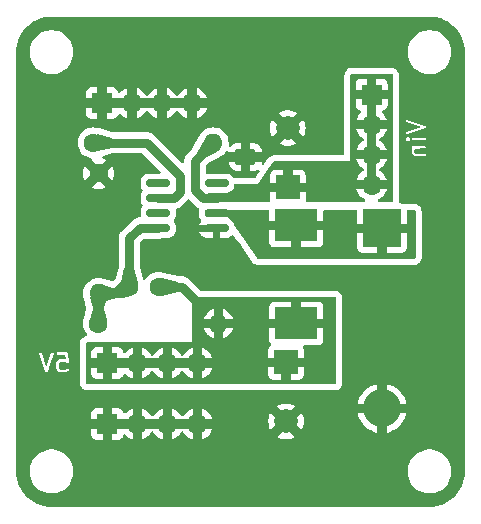
<source format=gbr>
%TF.GenerationSoftware,KiCad,Pcbnew,8.0.3*%
%TF.CreationDate,2024-06-24T15:37:01-04:00*%
%TF.ProjectId,xl1410e1,786c3134-3130-4653-912e-6b696361645f,rev?*%
%TF.SameCoordinates,PX7fcad80PY3211620*%
%TF.FileFunction,Copper,L2,Bot*%
%TF.FilePolarity,Positive*%
%FSLAX46Y46*%
G04 Gerber Fmt 4.6, Leading zero omitted, Abs format (unit mm)*
G04 Created by KiCad (PCBNEW 8.0.3) date 2024-06-24 15:37:01*
%MOMM*%
%LPD*%
G01*
G04 APERTURE LIST*
G04 Aperture macros list*
%AMRoundRect*
0 Rectangle with rounded corners*
0 $1 Rounding radius*
0 $2 $3 $4 $5 $6 $7 $8 $9 X,Y pos of 4 corners*
0 Add a 4 corners polygon primitive as box body*
4,1,4,$2,$3,$4,$5,$6,$7,$8,$9,$2,$3,0*
0 Add four circle primitives for the rounded corners*
1,1,$1+$1,$2,$3*
1,1,$1+$1,$4,$5*
1,1,$1+$1,$6,$7*
1,1,$1+$1,$8,$9*
0 Add four rect primitives between the rounded corners*
20,1,$1+$1,$2,$3,$4,$5,0*
20,1,$1+$1,$4,$5,$6,$7,0*
20,1,$1+$1,$6,$7,$8,$9,0*
20,1,$1+$1,$8,$9,$2,$3,0*%
G04 Aperture macros list end*
%ADD10C,0.214286*%
%TA.AperFunction,SMDPad,CuDef*%
%ADD11RoundRect,0.150000X0.825000X0.150000X-0.825000X0.150000X-0.825000X-0.150000X0.825000X-0.150000X0*%
%TD*%
%TA.AperFunction,ComponentPad*%
%ADD12C,1.600000*%
%TD*%
%TA.AperFunction,ComponentPad*%
%ADD13O,1.600000X1.600000*%
%TD*%
%TA.AperFunction,SMDPad,CuDef*%
%ADD14R,3.600000X2.700000*%
%TD*%
%TA.AperFunction,ComponentPad*%
%ADD15R,1.700000X1.700000*%
%TD*%
%TA.AperFunction,ComponentPad*%
%ADD16O,1.700000X1.700000*%
%TD*%
%TA.AperFunction,ComponentPad*%
%ADD17R,3.200000X3.200000*%
%TD*%
%TA.AperFunction,ComponentPad*%
%ADD18O,3.200000X3.200000*%
%TD*%
%TA.AperFunction,ComponentPad*%
%ADD19R,2.000000X2.000000*%
%TD*%
%TA.AperFunction,ComponentPad*%
%ADD20C,2.000000*%
%TD*%
%TA.AperFunction,SMDPad,CuDef*%
%ADD21RoundRect,0.250000X0.650000X-0.412500X0.650000X0.412500X-0.650000X0.412500X-0.650000X-0.412500X0*%
%TD*%
%TA.AperFunction,Conductor*%
%ADD22C,0.800000*%
%TD*%
G04 APERTURE END LIST*
D10*
G36*
X6116617Y-31796595D02*
G01*
X3284625Y-31796595D01*
X3284625Y-30036185D01*
X3451292Y-30036185D01*
X3455949Y-30056667D01*
X3953725Y-31543621D01*
X3954256Y-31551084D01*
X3960209Y-31562991D01*
X3964513Y-31575846D01*
X3969528Y-31581628D01*
X3972952Y-31588476D01*
X3983100Y-31597278D01*
X3991903Y-31607427D01*
X3998750Y-31610850D01*
X4004533Y-31615866D01*
X4017278Y-31620114D01*
X4029295Y-31626123D01*
X4036930Y-31626665D01*
X4044194Y-31629087D01*
X4057594Y-31628134D01*
X4070994Y-31629087D01*
X4078257Y-31626665D01*
X4085893Y-31626123D01*
X4097909Y-31620114D01*
X4110655Y-31615866D01*
X4116437Y-31610850D01*
X4123285Y-31607427D01*
X4132087Y-31597278D01*
X4142236Y-31588476D01*
X4145659Y-31581628D01*
X4150675Y-31575846D01*
X4159239Y-31556667D01*
X4383853Y-30879928D01*
X4879022Y-30879928D01*
X4880877Y-31220630D01*
X4879864Y-31223671D01*
X4880979Y-31239372D01*
X4881081Y-31257974D01*
X4882554Y-31261530D01*
X4882827Y-31265370D01*
X4890334Y-31284987D01*
X4963242Y-31426740D01*
X4968508Y-31439453D01*
X4971917Y-31443608D01*
X4972952Y-31445619D01*
X4975087Y-31447471D01*
X4981832Y-31455690D01*
X5055186Y-31526606D01*
X5063332Y-31535999D01*
X5067830Y-31538831D01*
X5069498Y-31540443D01*
X5072109Y-31541524D01*
X5081107Y-31547189D01*
X5210568Y-31610084D01*
X5212355Y-31611871D01*
X5225186Y-31617186D01*
X5243582Y-31626123D01*
X5247420Y-31626395D01*
X5250977Y-31627869D01*
X5271880Y-31629928D01*
X5612581Y-31628072D01*
X5615622Y-31629086D01*
X5631323Y-31627970D01*
X5649926Y-31627869D01*
X5653482Y-31626395D01*
X5657321Y-31626123D01*
X5676939Y-31618617D01*
X5818688Y-31545710D01*
X5831406Y-31540443D01*
X5835561Y-31537032D01*
X5837571Y-31535999D01*
X5839423Y-31533862D01*
X5847642Y-31527118D01*
X5932395Y-31439452D01*
X5948392Y-31400830D01*
X5948392Y-31359025D01*
X5932394Y-31320403D01*
X5902832Y-31290841D01*
X5864210Y-31274844D01*
X5822404Y-31274844D01*
X5783782Y-31290842D01*
X5767546Y-31304167D01*
X5711890Y-31361735D01*
X5606845Y-31415762D01*
X5300200Y-31417432D01*
X5195391Y-31366514D01*
X5147215Y-31319938D01*
X5093187Y-31214893D01*
X5091517Y-30908246D01*
X5142435Y-30803441D01*
X5189011Y-30755264D01*
X5294057Y-30701236D01*
X5600702Y-30699566D01*
X5705511Y-30750484D01*
X5758991Y-30802188D01*
X5760587Y-30805164D01*
X5770222Y-30813047D01*
X5783782Y-30826157D01*
X5788770Y-30828223D01*
X5792943Y-30831637D01*
X5807925Y-30836157D01*
X5822404Y-30842155D01*
X5827802Y-30842155D01*
X5832965Y-30843713D01*
X5848544Y-30842155D01*
X5864210Y-30842155D01*
X5869196Y-30840089D01*
X5874563Y-30839553D01*
X5888355Y-30832153D01*
X5902832Y-30826158D01*
X5906649Y-30822340D01*
X5911402Y-30819791D01*
X5921316Y-30807673D01*
X5932394Y-30796596D01*
X5934458Y-30791611D01*
X5937875Y-30787436D01*
X5942398Y-30772444D01*
X5948392Y-30757974D01*
X5948392Y-30752577D01*
X5949950Y-30747414D01*
X5949919Y-30726409D01*
X5876964Y-30016828D01*
X5876964Y-30001882D01*
X5874919Y-29996947D01*
X5874363Y-29991530D01*
X5866958Y-29977727D01*
X5860966Y-29963260D01*
X5857151Y-29959445D01*
X5854601Y-29954691D01*
X5842479Y-29944773D01*
X5831405Y-29933699D01*
X5826420Y-29931634D01*
X5822245Y-29928218D01*
X5807253Y-29923694D01*
X5792783Y-29917701D01*
X5784771Y-29916911D01*
X5782223Y-29916143D01*
X5779614Y-29916403D01*
X5771880Y-29915642D01*
X5036691Y-29917701D01*
X4998069Y-29933699D01*
X4968508Y-29963260D01*
X4952510Y-30001882D01*
X4952510Y-30043688D01*
X4968508Y-30082310D01*
X4998069Y-30111871D01*
X5036691Y-30127869D01*
X5057594Y-30129928D01*
X5675010Y-30128198D01*
X5715189Y-30518989D01*
X5690334Y-30506914D01*
X5688548Y-30505128D01*
X5675716Y-30499812D01*
X5657321Y-30490876D01*
X5653482Y-30490603D01*
X5649926Y-30489130D01*
X5629023Y-30487071D01*
X5288321Y-30488926D01*
X5285281Y-30487913D01*
X5269579Y-30489028D01*
X5250977Y-30489130D01*
X5247420Y-30490603D01*
X5243582Y-30490876D01*
X5223965Y-30498382D01*
X5082210Y-30571290D01*
X5069498Y-30576556D01*
X5065343Y-30579965D01*
X5063332Y-30581000D01*
X5061478Y-30583137D01*
X5053262Y-30589880D01*
X4982343Y-30663234D01*
X4972952Y-30671380D01*
X4970119Y-30675878D01*
X4968508Y-30677546D01*
X4967426Y-30680157D01*
X4961762Y-30689155D01*
X4898865Y-30818616D01*
X4897079Y-30820403D01*
X4891765Y-30833230D01*
X4882827Y-30851629D01*
X4882554Y-30855468D01*
X4881081Y-30859025D01*
X4879022Y-30879928D01*
X4383853Y-30879928D01*
X4663896Y-30036185D01*
X4660932Y-29994486D01*
X4642236Y-29957094D01*
X4610655Y-29929704D01*
X4570994Y-29916483D01*
X4529295Y-29919447D01*
X4491903Y-29938143D01*
X4464513Y-29969724D01*
X4455949Y-29988903D01*
X4058233Y-31187180D01*
X3650675Y-29969724D01*
X3623285Y-29938143D01*
X3585893Y-29919447D01*
X3544194Y-29916483D01*
X3504533Y-29929704D01*
X3472952Y-29957094D01*
X3454256Y-29994486D01*
X3451292Y-30036185D01*
X3284625Y-30036185D01*
X3284625Y-29748975D01*
X6116617Y-29748975D01*
X6116617Y-31796595D01*
G37*
G36*
X36358254Y-13475239D02*
G01*
X34312316Y-13475239D01*
X34312316Y-12772857D01*
X34978142Y-12772857D01*
X34979877Y-12971063D01*
X34978984Y-12973743D01*
X34980029Y-12988456D01*
X34980201Y-13008046D01*
X34981674Y-13011602D01*
X34981947Y-13015442D01*
X34989454Y-13035059D01*
X35060055Y-13172327D01*
X35063633Y-13183060D01*
X35068406Y-13188563D01*
X35072072Y-13195691D01*
X35082221Y-13204492D01*
X35091023Y-13214642D01*
X35101601Y-13221300D01*
X35103654Y-13223081D01*
X35105301Y-13223630D01*
X35108798Y-13225831D01*
X35238259Y-13288728D01*
X35240046Y-13290515D01*
X35252874Y-13295828D01*
X35271272Y-13304767D01*
X35275111Y-13305039D01*
X35278668Y-13306513D01*
X35299571Y-13308572D01*
X36106188Y-13306513D01*
X36144810Y-13290515D01*
X36174371Y-13260954D01*
X36190369Y-13222332D01*
X36190369Y-13180526D01*
X36174371Y-13141904D01*
X36144810Y-13112343D01*
X36106188Y-13096345D01*
X36085285Y-13094286D01*
X35328183Y-13096218D01*
X35237040Y-13051938D01*
X35192232Y-12964820D01*
X35190797Y-12800846D01*
X35241556Y-12696368D01*
X35271555Y-12665338D01*
X36106188Y-12663655D01*
X36144810Y-12647657D01*
X36174371Y-12618096D01*
X36190369Y-12579474D01*
X36190369Y-12537668D01*
X36174371Y-12499046D01*
X36144810Y-12469485D01*
X36106188Y-12453487D01*
X36085285Y-12451428D01*
X35064382Y-12453487D01*
X35025760Y-12469485D01*
X34996199Y-12499046D01*
X34980201Y-12537668D01*
X34980201Y-12579474D01*
X34996199Y-12618096D01*
X35025760Y-12647657D01*
X35028477Y-12648782D01*
X34997985Y-12711545D01*
X34996199Y-12713332D01*
X34990885Y-12726159D01*
X34981947Y-12744558D01*
X34981674Y-12748397D01*
X34980201Y-12751954D01*
X34978142Y-12772857D01*
X34312316Y-12772857D01*
X34312316Y-11823381D01*
X34480201Y-11823381D01*
X34480201Y-11865187D01*
X34496198Y-11903809D01*
X34496199Y-11903810D01*
X34509523Y-11920047D01*
X34597188Y-12004799D01*
X34597190Y-12004801D01*
X34619814Y-12014171D01*
X34635811Y-12020798D01*
X34635812Y-12020798D01*
X34677618Y-12020798D01*
X34716240Y-12004800D01*
X34732476Y-11991475D01*
X34817229Y-11903809D01*
X34833226Y-11865187D01*
X34833226Y-11823382D01*
X34980201Y-11823382D01*
X34980201Y-11865188D01*
X34996199Y-11903810D01*
X35025760Y-11933371D01*
X35064382Y-11949369D01*
X35085285Y-11951428D01*
X36106188Y-11949369D01*
X36144810Y-11933371D01*
X36174371Y-11903810D01*
X36190369Y-11865188D01*
X36190369Y-11823382D01*
X36174371Y-11784760D01*
X36144810Y-11755199D01*
X36106188Y-11739201D01*
X36085285Y-11737142D01*
X35064382Y-11739201D01*
X35025760Y-11755199D01*
X34996199Y-11784760D01*
X34980201Y-11823382D01*
X34833226Y-11823382D01*
X34817228Y-11784760D01*
X34817227Y-11784759D01*
X34803903Y-11768523D01*
X34716239Y-11683771D01*
X34677617Y-11667773D01*
X34635811Y-11667773D01*
X34619814Y-11674399D01*
X34597190Y-11683770D01*
X34580953Y-11697095D01*
X34496199Y-11784759D01*
X34480201Y-11823381D01*
X34312316Y-11823381D01*
X34312316Y-10330886D01*
X34478983Y-10330886D01*
X34481947Y-10372585D01*
X34500643Y-10409977D01*
X34532224Y-10437367D01*
X34551403Y-10445931D01*
X35749680Y-10843646D01*
X34532224Y-11251205D01*
X34500643Y-11278595D01*
X34481947Y-11315987D01*
X34478983Y-11357686D01*
X34492204Y-11397347D01*
X34519594Y-11428928D01*
X34556986Y-11447624D01*
X34598685Y-11450588D01*
X34619167Y-11445931D01*
X36106121Y-10948154D01*
X36113584Y-10947624D01*
X36125491Y-10941670D01*
X36138346Y-10937367D01*
X36144128Y-10932351D01*
X36150976Y-10928928D01*
X36159778Y-10918779D01*
X36169927Y-10909977D01*
X36173350Y-10903129D01*
X36178366Y-10897347D01*
X36182614Y-10884601D01*
X36188623Y-10872585D01*
X36189165Y-10864949D01*
X36191587Y-10857686D01*
X36190634Y-10844286D01*
X36191587Y-10830886D01*
X36189165Y-10823622D01*
X36188623Y-10815987D01*
X36182614Y-10803970D01*
X36178366Y-10791225D01*
X36173350Y-10785442D01*
X36169927Y-10778595D01*
X36159778Y-10769792D01*
X36150976Y-10759644D01*
X36144128Y-10756220D01*
X36138346Y-10751205D01*
X36119167Y-10742641D01*
X34598685Y-10237984D01*
X34556986Y-10240948D01*
X34519594Y-10259644D01*
X34492204Y-10291225D01*
X34478983Y-10330886D01*
X34312316Y-10330886D01*
X34312316Y-10071317D01*
X36358254Y-10071317D01*
X36358254Y-13475239D01*
G37*
D11*
%TO.P,U1,1,NC*%
%TO.N,unconnected-(U1-NC-Pad1)*%
X18475000Y-15595000D03*
%TO.P,U1,2,Vin*%
%TO.N,+12V*%
X18475000Y-16865000D03*
%TO.P,U1,3,SW*%
%TO.N,Net-(D1-K)*%
X18475000Y-18135000D03*
%TO.P,U1,4,GND*%
%TO.N,GND*%
X18475000Y-19405000D03*
%TO.P,U1,5,FB*%
%TO.N,Net-(U1-FB)*%
X13525000Y-19405000D03*
%TO.P,U1,6,NC*%
%TO.N,unconnected-(U1-NC-Pad6)*%
X13525000Y-18135000D03*
%TO.P,U1,7,EN*%
%TO.N,Net-(U1-EN)*%
X13525000Y-16865000D03*
%TO.P,U1,8,NC*%
%TO.N,unconnected-(U1-NC-Pad8)*%
X13525000Y-15595000D03*
%TD*%
D12*
%TO.P,R3,1*%
%TO.N,Net-(U1-EN)*%
X8030000Y-12180000D03*
D13*
%TO.P,R3,2*%
%TO.N,+12V*%
X18190000Y-12180000D03*
%TD*%
D12*
%TO.P,R2,1*%
%TO.N,Net-(U1-FB)*%
X8460000Y-27490000D03*
D13*
%TO.P,R2,2*%
%TO.N,+5V*%
X18620000Y-27490000D03*
%TD*%
D12*
%TO.P,R1,1*%
%TO.N,GND*%
X8470000Y-14770000D03*
D13*
%TO.P,R1,2*%
%TO.N,Net-(U1-FB)*%
X8470000Y-24930000D03*
%TD*%
D14*
%TO.P,L1,2,2*%
%TO.N,+5V*%
X25200000Y-27480000D03*
%TO.P,L1,1,1*%
%TO.N,Net-(D1-K)*%
X25200000Y-19180000D03*
%TD*%
D15*
%TO.P,J4,1,Pin_1*%
%TO.N,+5V*%
X9210000Y-30840000D03*
D16*
%TO.P,J4,2,Pin_2*%
X11750000Y-30840000D03*
%TO.P,J4,3,Pin_3*%
X14290000Y-30840000D03*
%TO.P,J4,4,Pin_4*%
X16830000Y-30840000D03*
%TD*%
D15*
%TO.P,J3,1,Pin_1*%
%TO.N,GND*%
X9210000Y-35980000D03*
D16*
%TO.P,J3,2,Pin_2*%
X11750000Y-35980000D03*
%TO.P,J3,3,Pin_3*%
X14290000Y-35980000D03*
%TO.P,J3,4,Pin_4*%
X16830000Y-35980000D03*
%TD*%
D15*
%TO.P,J2,1,Pin_1*%
%TO.N,GND*%
X8780000Y-8830000D03*
D16*
%TO.P,J2,2,Pin_2*%
X11320000Y-8830000D03*
%TO.P,J2,3,Pin_3*%
X13860000Y-8830000D03*
%TO.P,J2,4,Pin_4*%
X16400000Y-8830000D03*
%TD*%
D15*
%TO.P,J1,1,Pin_1*%
%TO.N,+12V*%
X31590000Y-8100000D03*
D16*
%TO.P,J1,2,Pin_2*%
X31590000Y-10640000D03*
%TO.P,J1,3,Pin_3*%
X31590000Y-13180000D03*
%TO.P,J1,4,Pin_4*%
X31590000Y-15720000D03*
%TD*%
D17*
%TO.P,D1,1,K*%
%TO.N,Net-(D1-K)*%
X32470000Y-19420000D03*
D18*
%TO.P,D1,2,A*%
%TO.N,GND*%
X32470000Y-34660000D03*
%TD*%
D12*
%TO.P,C4,1*%
%TO.N,Net-(U1-FB)*%
X11070000Y-24400000D03*
%TO.P,C4,2*%
%TO.N,+5V*%
X13570000Y-24400000D03*
%TD*%
D19*
%TO.P,C3,1*%
%TO.N,+5V*%
X24350000Y-30762323D03*
D20*
%TO.P,C3,2*%
%TO.N,GND*%
X24350000Y-35762323D03*
%TD*%
D19*
%TO.P,C2,1*%
%TO.N,+12V*%
X24500000Y-15947677D03*
D20*
%TO.P,C2,2*%
%TO.N,GND*%
X24500000Y-10947677D03*
%TD*%
D21*
%TO.P,C1,1*%
%TO.N,+12V*%
X20900000Y-16502500D03*
%TO.P,C1,2*%
%TO.N,GND*%
X20900000Y-13377500D03*
%TD*%
D22*
%TO.N,+5V*%
X15530000Y-24400000D02*
X16790000Y-25660000D01*
X13570000Y-24400000D02*
X15530000Y-24400000D01*
%TO.N,Net-(U1-FB)*%
X13525000Y-19405000D02*
X11945000Y-19405000D01*
X11945000Y-19405000D02*
X11070000Y-20280000D01*
X11070000Y-20280000D02*
X11070000Y-24400000D01*
X8470000Y-24930000D02*
X10540000Y-24930000D01*
X10540000Y-24930000D02*
X11070000Y-24400000D01*
X8460000Y-27490000D02*
X8460000Y-24940000D01*
X8460000Y-24940000D02*
X8470000Y-24930000D01*
%TO.N,Net-(U1-EN)*%
X13525000Y-16865000D02*
X14865000Y-16865000D01*
X15370000Y-16360000D02*
X15370000Y-14990000D01*
X12560000Y-12180000D02*
X8030000Y-12180000D01*
X14865000Y-16865000D02*
X15370000Y-16360000D01*
X15370000Y-14990000D02*
X12560000Y-12180000D01*
%TO.N,+12V*%
X18475000Y-16865000D02*
X17337486Y-16865000D01*
X17337486Y-16865000D02*
X16630000Y-16157514D01*
X16630000Y-16157514D02*
X16630000Y-13740000D01*
X16630000Y-13740000D02*
X18190000Y-12180000D01*
%TD*%
%TA.AperFunction,Conductor*%
%TO.N,GND*%
G36*
X36503244Y-1500670D02*
G01*
X36807046Y-1516592D01*
X36819953Y-1517949D01*
X36951089Y-1538718D01*
X37117209Y-1565028D01*
X37129896Y-1567724D01*
X37420625Y-1645625D01*
X37432965Y-1649635D01*
X37713938Y-1757490D01*
X37725790Y-1762767D01*
X37993968Y-1899411D01*
X38005199Y-1905896D01*
X38257608Y-2069812D01*
X38268109Y-2077441D01*
X38502010Y-2266850D01*
X38511655Y-2275535D01*
X38724464Y-2488344D01*
X38733149Y-2497989D01*
X38922558Y-2731890D01*
X38930187Y-2742391D01*
X39094101Y-2994796D01*
X39100591Y-3006036D01*
X39237231Y-3274206D01*
X39242510Y-3286064D01*
X39350363Y-3567033D01*
X39354374Y-3579376D01*
X39432273Y-3870097D01*
X39434971Y-3882794D01*
X39482050Y-4180046D01*
X39483407Y-4192953D01*
X39499330Y-4496756D01*
X39499500Y-4503246D01*
X39499500Y-39996753D01*
X39499330Y-40003243D01*
X39483407Y-40307046D01*
X39482050Y-40319953D01*
X39434971Y-40617205D01*
X39432273Y-40629902D01*
X39354374Y-40920623D01*
X39350363Y-40932966D01*
X39242510Y-41213935D01*
X39237231Y-41225793D01*
X39100591Y-41493963D01*
X39094101Y-41505203D01*
X38930187Y-41757608D01*
X38922558Y-41768109D01*
X38733149Y-42002010D01*
X38724464Y-42011655D01*
X38511655Y-42224464D01*
X38502010Y-42233149D01*
X38268109Y-42422558D01*
X38257608Y-42430187D01*
X38005203Y-42594101D01*
X37993963Y-42600591D01*
X37725793Y-42737231D01*
X37713935Y-42742510D01*
X37432966Y-42850363D01*
X37420623Y-42854374D01*
X37129902Y-42932273D01*
X37117205Y-42934971D01*
X36819953Y-42982050D01*
X36807046Y-42983407D01*
X36503244Y-42999330D01*
X36496754Y-42999500D01*
X4503246Y-42999500D01*
X4496756Y-42999330D01*
X4192953Y-42983407D01*
X4180046Y-42982050D01*
X3882794Y-42934971D01*
X3870097Y-42932273D01*
X3579376Y-42854374D01*
X3567033Y-42850363D01*
X3286064Y-42742510D01*
X3274206Y-42737231D01*
X3006036Y-42600591D01*
X2994796Y-42594101D01*
X2742391Y-42430187D01*
X2731890Y-42422558D01*
X2497989Y-42233149D01*
X2488344Y-42224464D01*
X2275535Y-42011655D01*
X2266850Y-42002010D01*
X2077441Y-41768109D01*
X2069812Y-41757608D01*
X2008517Y-41663222D01*
X1905896Y-41505199D01*
X1899408Y-41493963D01*
X1762768Y-41225793D01*
X1757489Y-41213935D01*
X1686994Y-41030289D01*
X1649635Y-40932965D01*
X1645625Y-40920623D01*
X1644626Y-40916895D01*
X1567724Y-40629896D01*
X1565028Y-40617205D01*
X1561685Y-40596100D01*
X1517949Y-40319953D01*
X1516592Y-40307046D01*
X1500670Y-40003243D01*
X1500500Y-39996753D01*
X1500500Y-39878711D01*
X2649500Y-39878711D01*
X2649500Y-40121288D01*
X2681161Y-40361785D01*
X2743947Y-40596104D01*
X2757947Y-40629902D01*
X2836776Y-40820212D01*
X2958064Y-41030289D01*
X2958066Y-41030292D01*
X2958067Y-41030293D01*
X3105733Y-41222736D01*
X3105739Y-41222743D01*
X3277256Y-41394260D01*
X3277262Y-41394265D01*
X3469711Y-41541936D01*
X3679788Y-41663224D01*
X3903900Y-41756054D01*
X4138211Y-41818838D01*
X4318586Y-41842584D01*
X4378711Y-41850500D01*
X4378712Y-41850500D01*
X4621289Y-41850500D01*
X4669388Y-41844167D01*
X4861789Y-41818838D01*
X5096100Y-41756054D01*
X5320212Y-41663224D01*
X5530289Y-41541936D01*
X5722738Y-41394265D01*
X5894265Y-41222738D01*
X6041936Y-41030289D01*
X6163224Y-40820212D01*
X6256054Y-40596100D01*
X6318838Y-40361789D01*
X6350500Y-40121288D01*
X6350500Y-39878712D01*
X6350500Y-39878711D01*
X34649500Y-39878711D01*
X34649500Y-40121288D01*
X34681161Y-40361785D01*
X34743947Y-40596104D01*
X34757947Y-40629902D01*
X34836776Y-40820212D01*
X34958064Y-41030289D01*
X34958066Y-41030292D01*
X34958067Y-41030293D01*
X35105733Y-41222736D01*
X35105739Y-41222743D01*
X35277256Y-41394260D01*
X35277262Y-41394265D01*
X35469711Y-41541936D01*
X35679788Y-41663224D01*
X35903900Y-41756054D01*
X36138211Y-41818838D01*
X36318586Y-41842584D01*
X36378711Y-41850500D01*
X36378712Y-41850500D01*
X36621289Y-41850500D01*
X36669388Y-41844167D01*
X36861789Y-41818838D01*
X37096100Y-41756054D01*
X37320212Y-41663224D01*
X37530289Y-41541936D01*
X37722738Y-41394265D01*
X37894265Y-41222738D01*
X38041936Y-41030289D01*
X38163224Y-40820212D01*
X38256054Y-40596100D01*
X38318838Y-40361789D01*
X38350500Y-40121288D01*
X38350500Y-39878712D01*
X38318838Y-39638211D01*
X38256054Y-39403900D01*
X38163224Y-39179788D01*
X38041936Y-38969711D01*
X37894265Y-38777262D01*
X37894260Y-38777256D01*
X37722743Y-38605739D01*
X37722736Y-38605733D01*
X37530293Y-38458067D01*
X37530292Y-38458066D01*
X37530289Y-38458064D01*
X37320212Y-38336776D01*
X37320205Y-38336773D01*
X37096104Y-38243947D01*
X36861785Y-38181161D01*
X36621289Y-38149500D01*
X36621288Y-38149500D01*
X36378712Y-38149500D01*
X36378711Y-38149500D01*
X36138214Y-38181161D01*
X35903895Y-38243947D01*
X35679794Y-38336773D01*
X35679785Y-38336777D01*
X35469706Y-38458067D01*
X35277263Y-38605733D01*
X35277256Y-38605739D01*
X35105739Y-38777256D01*
X35105733Y-38777263D01*
X34958067Y-38969706D01*
X34836777Y-39179785D01*
X34836773Y-39179794D01*
X34743947Y-39403895D01*
X34681161Y-39638214D01*
X34649500Y-39878711D01*
X6350500Y-39878711D01*
X6318838Y-39638211D01*
X6256054Y-39403900D01*
X6163224Y-39179788D01*
X6041936Y-38969711D01*
X5894265Y-38777262D01*
X5894260Y-38777256D01*
X5722743Y-38605739D01*
X5722736Y-38605733D01*
X5530293Y-38458067D01*
X5530292Y-38458066D01*
X5530289Y-38458064D01*
X5320212Y-38336776D01*
X5320205Y-38336773D01*
X5096104Y-38243947D01*
X4861785Y-38181161D01*
X4621289Y-38149500D01*
X4621288Y-38149500D01*
X4378712Y-38149500D01*
X4378711Y-38149500D01*
X4138214Y-38181161D01*
X3903895Y-38243947D01*
X3679794Y-38336773D01*
X3679785Y-38336777D01*
X3469706Y-38458067D01*
X3277263Y-38605733D01*
X3277256Y-38605739D01*
X3105739Y-38777256D01*
X3105733Y-38777263D01*
X2958067Y-38969706D01*
X2836777Y-39179785D01*
X2836773Y-39179794D01*
X2743947Y-39403895D01*
X2681161Y-39638214D01*
X2649500Y-39878711D01*
X1500500Y-39878711D01*
X1500500Y-36877844D01*
X7860000Y-36877844D01*
X7866401Y-36937372D01*
X7866403Y-36937379D01*
X7916645Y-37072086D01*
X7916649Y-37072093D01*
X8002809Y-37187187D01*
X8002812Y-37187190D01*
X8117906Y-37273350D01*
X8117913Y-37273354D01*
X8252620Y-37323596D01*
X8252627Y-37323598D01*
X8312155Y-37329999D01*
X8312172Y-37330000D01*
X8810000Y-37330000D01*
X9610000Y-37330000D01*
X10107828Y-37330000D01*
X10107844Y-37329999D01*
X10167372Y-37323598D01*
X10167379Y-37323596D01*
X10302086Y-37273354D01*
X10302093Y-37273350D01*
X10417187Y-37187190D01*
X10417190Y-37187187D01*
X10503350Y-37072093D01*
X10503354Y-37072086D01*
X10552614Y-36940013D01*
X10594485Y-36884079D01*
X10659949Y-36859662D01*
X10728222Y-36874513D01*
X10756477Y-36895665D01*
X10878917Y-37018105D01*
X11072421Y-37153600D01*
X11286507Y-37253429D01*
X11286518Y-37253434D01*
X11349999Y-37270443D01*
X12150000Y-37270443D01*
X12213481Y-37253434D01*
X12213492Y-37253429D01*
X12427578Y-37153600D01*
X12621082Y-37018105D01*
X12788105Y-36851082D01*
X12918425Y-36664968D01*
X12973002Y-36621344D01*
X13042501Y-36614151D01*
X13104855Y-36645673D01*
X13121575Y-36664968D01*
X13251894Y-36851082D01*
X13418917Y-37018105D01*
X13612421Y-37153600D01*
X13826507Y-37253429D01*
X13826518Y-37253434D01*
X13889999Y-37270443D01*
X14690000Y-37270443D01*
X14753481Y-37253434D01*
X14753492Y-37253429D01*
X14967578Y-37153600D01*
X15161082Y-37018105D01*
X15328105Y-36851082D01*
X15458425Y-36664968D01*
X15513002Y-36621344D01*
X15582501Y-36614151D01*
X15644855Y-36645673D01*
X15661575Y-36664968D01*
X15791894Y-36851082D01*
X15958917Y-37018105D01*
X16152421Y-37153600D01*
X16366507Y-37253429D01*
X16366518Y-37253434D01*
X16429999Y-37270443D01*
X17230000Y-37270443D01*
X17293481Y-37253434D01*
X17293492Y-37253429D01*
X17507578Y-37153600D01*
X17630361Y-37067625D01*
X23610381Y-37067625D01*
X23610381Y-37067626D01*
X23745381Y-37140686D01*
X23745399Y-37140693D01*
X23980506Y-37221406D01*
X24225707Y-37262323D01*
X24474293Y-37262323D01*
X24719493Y-37221406D01*
X24954606Y-37140691D01*
X24954608Y-37140690D01*
X25089617Y-37067627D01*
X25089617Y-37067625D01*
X24350000Y-36328008D01*
X23610381Y-37067625D01*
X17630361Y-37067625D01*
X17701082Y-37018105D01*
X17868105Y-36851082D01*
X18003600Y-36657578D01*
X18103429Y-36443492D01*
X18103434Y-36443481D01*
X18120443Y-36380000D01*
X17230000Y-36380000D01*
X17230000Y-37270443D01*
X16429999Y-37270443D01*
X16430000Y-37270442D01*
X16430000Y-36380000D01*
X14690000Y-36380000D01*
X14690000Y-37270443D01*
X13889999Y-37270443D01*
X13890000Y-37270442D01*
X13890000Y-36380000D01*
X12150000Y-36380000D01*
X12150000Y-37270443D01*
X11349999Y-37270443D01*
X11350000Y-37270442D01*
X11350000Y-36380000D01*
X9610000Y-36380000D01*
X9610000Y-37330000D01*
X8810000Y-37330000D01*
X8810000Y-36380000D01*
X7860000Y-36380000D01*
X7860000Y-36877844D01*
X1500500Y-36877844D01*
X1500500Y-35914174D01*
X8710000Y-35914174D01*
X8710000Y-36045826D01*
X8744075Y-36172993D01*
X8809901Y-36287007D01*
X8902993Y-36380099D01*
X9017007Y-36445925D01*
X9144174Y-36480000D01*
X9275826Y-36480000D01*
X9402993Y-36445925D01*
X9517007Y-36380099D01*
X9610099Y-36287007D01*
X9675925Y-36172993D01*
X9710000Y-36045826D01*
X9710000Y-35914174D01*
X11250000Y-35914174D01*
X11250000Y-36045826D01*
X11284075Y-36172993D01*
X11349901Y-36287007D01*
X11442993Y-36380099D01*
X11557007Y-36445925D01*
X11684174Y-36480000D01*
X11815826Y-36480000D01*
X11942993Y-36445925D01*
X12057007Y-36380099D01*
X12150099Y-36287007D01*
X12215925Y-36172993D01*
X12250000Y-36045826D01*
X12250000Y-35914174D01*
X13790000Y-35914174D01*
X13790000Y-36045826D01*
X13824075Y-36172993D01*
X13889901Y-36287007D01*
X13982993Y-36380099D01*
X14097007Y-36445925D01*
X14224174Y-36480000D01*
X14355826Y-36480000D01*
X14482993Y-36445925D01*
X14597007Y-36380099D01*
X14690099Y-36287007D01*
X14755925Y-36172993D01*
X14790000Y-36045826D01*
X14790000Y-35914174D01*
X16330000Y-35914174D01*
X16330000Y-36045826D01*
X16364075Y-36172993D01*
X16429901Y-36287007D01*
X16522993Y-36380099D01*
X16637007Y-36445925D01*
X16764174Y-36480000D01*
X16895826Y-36480000D01*
X17022993Y-36445925D01*
X17137007Y-36380099D01*
X17230099Y-36287007D01*
X17295925Y-36172993D01*
X17330000Y-36045826D01*
X17330000Y-35914174D01*
X17295925Y-35787007D01*
X17281670Y-35762317D01*
X22844859Y-35762317D01*
X22844859Y-35762328D01*
X22865385Y-36010052D01*
X22865387Y-36010061D01*
X22926411Y-36251040D01*
X23026267Y-36478688D01*
X23026272Y-36478698D01*
X23042737Y-36503900D01*
X23784315Y-35762323D01*
X23784315Y-35762322D01*
X23718490Y-35696497D01*
X23850000Y-35696497D01*
X23850000Y-35828149D01*
X23884075Y-35955316D01*
X23949901Y-36069330D01*
X24042993Y-36162422D01*
X24157007Y-36228248D01*
X24284174Y-36262323D01*
X24415826Y-36262323D01*
X24542993Y-36228248D01*
X24657007Y-36162422D01*
X24750099Y-36069330D01*
X24815925Y-35955316D01*
X24850000Y-35828149D01*
X24850000Y-35762322D01*
X24915685Y-35762322D01*
X24915685Y-35762324D01*
X25657261Y-36503900D01*
X25673733Y-36478689D01*
X25773587Y-36251040D01*
X25834612Y-36010061D01*
X25834614Y-36010052D01*
X25855141Y-35762328D01*
X25855141Y-35762317D01*
X25834614Y-35514593D01*
X25834612Y-35514584D01*
X25773588Y-35273605D01*
X25673732Y-35045957D01*
X25657261Y-35020745D01*
X24915685Y-35762322D01*
X24850000Y-35762322D01*
X24850000Y-35696497D01*
X24815925Y-35569330D01*
X24750099Y-35455316D01*
X24657007Y-35362224D01*
X24542993Y-35296398D01*
X24415826Y-35262323D01*
X24284174Y-35262323D01*
X24157007Y-35296398D01*
X24042993Y-35362224D01*
X23949901Y-35455316D01*
X23884075Y-35569330D01*
X23850000Y-35696497D01*
X23718490Y-35696497D01*
X23042736Y-35020744D01*
X23026270Y-35045950D01*
X23026268Y-35045953D01*
X22926411Y-35273605D01*
X22865387Y-35514584D01*
X22865385Y-35514593D01*
X22844859Y-35762317D01*
X17281670Y-35762317D01*
X17230099Y-35672993D01*
X17137106Y-35580000D01*
X17230000Y-35580000D01*
X18120443Y-35580000D01*
X18120443Y-35579999D01*
X18103434Y-35516518D01*
X18103429Y-35516507D01*
X18003600Y-35302422D01*
X18003599Y-35302420D01*
X17868113Y-35108926D01*
X17868108Y-35108920D01*
X17701082Y-34941894D01*
X17507578Y-34806399D01*
X17293490Y-34706568D01*
X17293487Y-34706567D01*
X17230000Y-34689555D01*
X17230000Y-35580000D01*
X17137106Y-35580000D01*
X17137007Y-35579901D01*
X17022993Y-35514075D01*
X16895826Y-35480000D01*
X16764174Y-35480000D01*
X16637007Y-35514075D01*
X16522993Y-35579901D01*
X16429901Y-35672993D01*
X16364075Y-35787007D01*
X16330000Y-35914174D01*
X14790000Y-35914174D01*
X14755925Y-35787007D01*
X14690099Y-35672993D01*
X14597007Y-35579901D01*
X14482993Y-35514075D01*
X14355826Y-35480000D01*
X14224174Y-35480000D01*
X14097007Y-35514075D01*
X13982993Y-35579901D01*
X13889901Y-35672993D01*
X13824075Y-35787007D01*
X13790000Y-35914174D01*
X12250000Y-35914174D01*
X12215925Y-35787007D01*
X12150099Y-35672993D01*
X12057007Y-35579901D01*
X11942993Y-35514075D01*
X11815826Y-35480000D01*
X11684174Y-35480000D01*
X11557007Y-35514075D01*
X11442993Y-35579901D01*
X11349901Y-35672993D01*
X11284075Y-35787007D01*
X11250000Y-35914174D01*
X9710000Y-35914174D01*
X9675925Y-35787007D01*
X9610099Y-35672993D01*
X9517106Y-35580000D01*
X9610000Y-35580000D01*
X11350000Y-35580000D01*
X11350000Y-34689556D01*
X11349999Y-34689555D01*
X12150000Y-34689555D01*
X12150000Y-35580000D01*
X13890000Y-35580000D01*
X13890000Y-34689556D01*
X13889999Y-34689555D01*
X14690000Y-34689555D01*
X14690000Y-35580000D01*
X16430000Y-35580000D01*
X16430000Y-34689556D01*
X16429999Y-34689555D01*
X16366512Y-34706567D01*
X16366509Y-34706568D01*
X16152422Y-34806399D01*
X16152420Y-34806400D01*
X15958926Y-34941886D01*
X15958920Y-34941891D01*
X15791891Y-35108920D01*
X15791890Y-35108922D01*
X15661575Y-35295031D01*
X15606998Y-35338655D01*
X15537499Y-35345848D01*
X15475145Y-35314326D01*
X15458425Y-35295031D01*
X15328109Y-35108922D01*
X15328108Y-35108920D01*
X15161082Y-34941894D01*
X14967578Y-34806399D01*
X14753490Y-34706568D01*
X14753487Y-34706567D01*
X14690000Y-34689555D01*
X13889999Y-34689555D01*
X13826512Y-34706567D01*
X13826509Y-34706568D01*
X13612422Y-34806399D01*
X13612420Y-34806400D01*
X13418926Y-34941886D01*
X13418920Y-34941891D01*
X13251891Y-35108920D01*
X13251890Y-35108922D01*
X13121575Y-35295031D01*
X13066998Y-35338655D01*
X12997499Y-35345848D01*
X12935145Y-35314326D01*
X12918425Y-35295031D01*
X12788109Y-35108922D01*
X12788108Y-35108920D01*
X12621082Y-34941894D01*
X12427578Y-34806399D01*
X12213490Y-34706568D01*
X12213487Y-34706567D01*
X12150000Y-34689555D01*
X11349999Y-34689555D01*
X11286512Y-34706567D01*
X11286509Y-34706568D01*
X11072422Y-34806399D01*
X11072420Y-34806400D01*
X10878926Y-34941886D01*
X10756477Y-35064335D01*
X10695154Y-35097819D01*
X10625462Y-35092835D01*
X10569529Y-35050963D01*
X10552614Y-35019986D01*
X10503354Y-34887913D01*
X10503350Y-34887906D01*
X10417190Y-34772812D01*
X10417187Y-34772809D01*
X10302093Y-34686649D01*
X10302086Y-34686645D01*
X10167379Y-34636403D01*
X10167372Y-34636401D01*
X10107844Y-34630000D01*
X9610000Y-34630000D01*
X9610000Y-35580000D01*
X9517106Y-35580000D01*
X9517007Y-35579901D01*
X9402993Y-35514075D01*
X9275826Y-35480000D01*
X9144174Y-35480000D01*
X9017007Y-35514075D01*
X8902993Y-35579901D01*
X8809901Y-35672993D01*
X8744075Y-35787007D01*
X8710000Y-35914174D01*
X1500500Y-35914174D01*
X1500500Y-35082155D01*
X7860000Y-35082155D01*
X7860000Y-35580000D01*
X8810000Y-35580000D01*
X8810000Y-34630000D01*
X8312155Y-34630000D01*
X8252627Y-34636401D01*
X8252620Y-34636403D01*
X8117913Y-34686645D01*
X8117906Y-34686649D01*
X8002812Y-34772809D01*
X8002809Y-34772812D01*
X7916649Y-34887906D01*
X7916645Y-34887913D01*
X7866403Y-35022620D01*
X7866401Y-35022627D01*
X7860000Y-35082155D01*
X1500500Y-35082155D01*
X1500500Y-34457019D01*
X23610381Y-34457019D01*
X24350000Y-35196638D01*
X24350001Y-35196638D01*
X25089617Y-34457019D01*
X24954608Y-34383955D01*
X24954600Y-34383952D01*
X24719493Y-34303239D01*
X24474293Y-34262323D01*
X24225707Y-34262323D01*
X23980506Y-34303239D01*
X23745396Y-34383953D01*
X23745390Y-34383955D01*
X23610381Y-34457019D01*
X1500500Y-34457019D01*
X1500500Y-34259999D01*
X30408258Y-34259999D01*
X30408259Y-34260000D01*
X31775119Y-34260000D01*
X31761049Y-34281058D01*
X31700743Y-34426649D01*
X31670000Y-34581207D01*
X31670000Y-34738793D01*
X31700743Y-34893351D01*
X31761049Y-35038942D01*
X31775119Y-35060000D01*
X30408258Y-35060000D01*
X30443146Y-35227888D01*
X30443150Y-35227902D01*
X30539355Y-35498595D01*
X30671527Y-35753676D01*
X30837204Y-35988385D01*
X30837204Y-35988386D01*
X31033288Y-36198341D01*
X31256135Y-36379641D01*
X31256146Y-36379648D01*
X31501607Y-36528917D01*
X31765108Y-36643371D01*
X32041744Y-36720880D01*
X32070000Y-36724763D01*
X32070000Y-35354880D01*
X32091058Y-35368951D01*
X32236649Y-35429257D01*
X32391207Y-35460000D01*
X32548793Y-35460000D01*
X32703351Y-35429257D01*
X32848942Y-35368951D01*
X32870000Y-35354880D01*
X32870000Y-36724762D01*
X32898255Y-36720880D01*
X33174891Y-36643371D01*
X33438392Y-36528917D01*
X33683853Y-36379648D01*
X33683864Y-36379641D01*
X33906711Y-36198341D01*
X34102795Y-35988386D01*
X34102795Y-35988385D01*
X34268472Y-35753676D01*
X34400644Y-35498595D01*
X34496849Y-35227902D01*
X34496853Y-35227888D01*
X34531741Y-35060000D01*
X33164881Y-35060000D01*
X33178951Y-35038942D01*
X33239257Y-34893351D01*
X33270000Y-34738793D01*
X33270000Y-34581207D01*
X33239257Y-34426649D01*
X33178951Y-34281058D01*
X33164881Y-34260000D01*
X34531741Y-34260000D01*
X34531741Y-34259999D01*
X34496853Y-34092111D01*
X34496849Y-34092097D01*
X34400644Y-33821404D01*
X34268472Y-33566323D01*
X34102795Y-33331614D01*
X34102795Y-33331613D01*
X33906711Y-33121658D01*
X33683864Y-32940358D01*
X33683853Y-32940351D01*
X33438392Y-32791082D01*
X33174891Y-32676628D01*
X32898258Y-32599119D01*
X32870000Y-32595235D01*
X32870000Y-33965119D01*
X32848942Y-33951049D01*
X32703351Y-33890743D01*
X32548793Y-33860000D01*
X32391207Y-33860000D01*
X32236649Y-33890743D01*
X32091058Y-33951049D01*
X32070000Y-33965119D01*
X32070000Y-32595235D01*
X32041741Y-32599119D01*
X31765108Y-32676628D01*
X31501607Y-32791082D01*
X31256146Y-32940351D01*
X31256135Y-32940358D01*
X31033288Y-33121658D01*
X30837204Y-33331613D01*
X30837204Y-33331614D01*
X30671527Y-33566323D01*
X30539355Y-33821404D01*
X30443150Y-34092097D01*
X30443146Y-34092111D01*
X30408258Y-34259999D01*
X1500500Y-34259999D01*
X1500500Y-31787836D01*
X3292543Y-31787836D01*
X6108707Y-31787836D01*
X6108707Y-29757386D01*
X3292543Y-29757386D01*
X3292543Y-31787836D01*
X1500500Y-31787836D01*
X1500500Y-15928130D01*
X7877553Y-15928130D01*
X8023668Y-15996264D01*
X8023682Y-15996269D01*
X8243389Y-16055139D01*
X8243400Y-16055141D01*
X8469998Y-16074966D01*
X8470002Y-16074966D01*
X8696599Y-16055141D01*
X8696610Y-16055139D01*
X8916317Y-15996269D01*
X8916326Y-15996265D01*
X9062445Y-15928129D01*
X8470001Y-15335685D01*
X8470000Y-15335685D01*
X7877553Y-15928130D01*
X1500500Y-15928130D01*
X1500500Y-14769997D01*
X7165034Y-14769997D01*
X7165034Y-14770002D01*
X7184858Y-14996599D01*
X7184860Y-14996610D01*
X7243730Y-15216317D01*
X7243732Y-15216322D01*
X7311869Y-15362444D01*
X7904315Y-14770000D01*
X7904315Y-14769999D01*
X7851655Y-14717339D01*
X8070000Y-14717339D01*
X8070000Y-14822661D01*
X8097259Y-14924394D01*
X8149920Y-15015606D01*
X8224394Y-15090080D01*
X8315606Y-15142741D01*
X8417339Y-15170000D01*
X8522661Y-15170000D01*
X8624394Y-15142741D01*
X8715606Y-15090080D01*
X8790080Y-15015606D01*
X8842741Y-14924394D01*
X8870000Y-14822661D01*
X8870000Y-14769999D01*
X9035685Y-14769999D01*
X9035685Y-14770000D01*
X9628129Y-15362444D01*
X9696265Y-15216326D01*
X9696269Y-15216317D01*
X9755139Y-14996610D01*
X9755141Y-14996599D01*
X9774966Y-14770002D01*
X9774966Y-14769997D01*
X9755141Y-14543400D01*
X9755139Y-14543389D01*
X9696269Y-14323682D01*
X9696264Y-14323668D01*
X9628130Y-14177553D01*
X9035685Y-14769999D01*
X8870000Y-14769999D01*
X8870000Y-14717339D01*
X8842741Y-14615606D01*
X8790080Y-14524394D01*
X8715606Y-14449920D01*
X8624394Y-14397259D01*
X8522661Y-14370000D01*
X8417339Y-14370000D01*
X8315606Y-14397259D01*
X8224394Y-14449920D01*
X8149920Y-14524394D01*
X8097259Y-14615606D01*
X8070000Y-14717339D01*
X7851655Y-14717339D01*
X7311868Y-14177553D01*
X7243731Y-14323680D01*
X7184860Y-14543389D01*
X7184858Y-14543400D01*
X7165034Y-14769997D01*
X1500500Y-14769997D01*
X1500500Y-12179998D01*
X6724532Y-12179998D01*
X6724532Y-12180001D01*
X6744364Y-12406686D01*
X6744366Y-12406697D01*
X6803258Y-12626488D01*
X6803261Y-12626497D01*
X6899431Y-12832732D01*
X6899432Y-12832734D01*
X7029954Y-13019141D01*
X7190858Y-13180045D01*
X7190861Y-13180047D01*
X7377266Y-13310568D01*
X7583504Y-13406739D01*
X7789073Y-13461820D01*
X7848733Y-13498185D01*
X7879262Y-13561031D01*
X7879095Y-13603127D01*
X7877553Y-13611868D01*
X8470000Y-14204315D01*
X8470001Y-14204315D01*
X9062444Y-13611869D01*
X8916322Y-13543732D01*
X8916320Y-13543731D01*
X8888850Y-13536371D01*
X8829190Y-13500006D01*
X8798661Y-13437159D01*
X8806956Y-13367783D01*
X8851441Y-13313906D01*
X8889504Y-13296647D01*
X9698764Y-13084550D01*
X9730201Y-13080500D01*
X12135638Y-13080500D01*
X12202677Y-13100185D01*
X12223319Y-13116819D01*
X13689319Y-14582819D01*
X13722804Y-14644142D01*
X13717820Y-14713834D01*
X13675948Y-14769767D01*
X13610484Y-14794184D01*
X13601638Y-14794500D01*
X12634298Y-14794500D01*
X12597432Y-14797401D01*
X12597426Y-14797402D01*
X12439606Y-14843254D01*
X12439603Y-14843255D01*
X12298137Y-14926917D01*
X12298129Y-14926923D01*
X12181923Y-15043129D01*
X12181917Y-15043137D01*
X12098255Y-15184603D01*
X12098254Y-15184606D01*
X12052402Y-15342426D01*
X12052401Y-15342432D01*
X12049500Y-15379298D01*
X12049500Y-15810701D01*
X12052401Y-15847567D01*
X12052402Y-15847573D01*
X12098254Y-16005393D01*
X12098255Y-16005396D01*
X12181917Y-16146862D01*
X12186702Y-16153031D01*
X12184256Y-16154927D01*
X12210857Y-16203642D01*
X12205873Y-16273334D01*
X12185069Y-16305703D01*
X12186702Y-16306969D01*
X12181917Y-16313137D01*
X12098255Y-16454603D01*
X12098254Y-16454606D01*
X12052402Y-16612426D01*
X12052401Y-16612432D01*
X12049500Y-16649298D01*
X12049500Y-17080701D01*
X12052401Y-17117567D01*
X12052402Y-17117573D01*
X12098254Y-17275393D01*
X12098255Y-17275396D01*
X12181917Y-17416862D01*
X12186702Y-17423031D01*
X12184256Y-17424927D01*
X12210857Y-17473642D01*
X12205873Y-17543334D01*
X12185069Y-17575703D01*
X12186702Y-17576969D01*
X12181917Y-17583137D01*
X12098255Y-17724603D01*
X12098254Y-17724606D01*
X12052402Y-17882426D01*
X12052401Y-17882432D01*
X12049500Y-17919298D01*
X12049500Y-18350701D01*
X12051080Y-18370772D01*
X12036715Y-18439149D01*
X11987664Y-18488906D01*
X11927462Y-18504500D01*
X11856303Y-18504500D01*
X11682341Y-18539103D01*
X11682333Y-18539105D01*
X11518455Y-18606985D01*
X11518446Y-18606990D01*
X11370964Y-18705535D01*
X11370960Y-18705538D01*
X10370537Y-19705961D01*
X10331064Y-19765039D01*
X10331063Y-19765040D01*
X10271990Y-19853447D01*
X10271983Y-19853459D01*
X10244746Y-19919218D01*
X10244746Y-19919219D01*
X10204105Y-20017333D01*
X10204103Y-20017341D01*
X10176374Y-20156742D01*
X10176375Y-20156743D01*
X10169500Y-20191309D01*
X10169500Y-22699797D01*
X10165449Y-22731234D01*
X9930502Y-23627670D01*
X9894464Y-23687529D01*
X9890555Y-23690973D01*
X9696248Y-23855053D01*
X9632328Y-23883266D01*
X9584809Y-23880262D01*
X8936354Y-23710310D01*
X8921628Y-23704996D01*
X8921586Y-23705113D01*
X8916500Y-23703262D01*
X8696697Y-23644366D01*
X8696693Y-23644365D01*
X8696692Y-23644365D01*
X8696691Y-23644364D01*
X8696686Y-23644364D01*
X8470002Y-23624532D01*
X8469998Y-23624532D01*
X8243313Y-23644364D01*
X8243302Y-23644366D01*
X8023511Y-23703258D01*
X8023502Y-23703261D01*
X7817267Y-23799431D01*
X7817265Y-23799432D01*
X7630858Y-23929954D01*
X7469954Y-24090858D01*
X7339432Y-24277265D01*
X7339431Y-24277267D01*
X7243261Y-24483502D01*
X7243258Y-24483511D01*
X7184366Y-24703302D01*
X7184364Y-24703313D01*
X7164532Y-24929998D01*
X7164532Y-24930001D01*
X7184364Y-25156686D01*
X7184366Y-25156697D01*
X7243262Y-25376501D01*
X7245113Y-25381587D01*
X7244860Y-25381678D01*
X7249971Y-25395996D01*
X7447565Y-26171628D01*
X7447352Y-26233677D01*
X7240308Y-27023649D01*
X7234997Y-27038371D01*
X7235113Y-27038413D01*
X7233264Y-27043492D01*
X7174365Y-27263305D01*
X7174364Y-27263313D01*
X7154532Y-27489998D01*
X7154532Y-27490001D01*
X7174364Y-27716686D01*
X7174366Y-27716697D01*
X7233258Y-27936488D01*
X7233261Y-27936497D01*
X7329431Y-28142732D01*
X7329432Y-28142734D01*
X7459954Y-28329141D01*
X7471565Y-28340752D01*
X7505050Y-28402075D01*
X7500066Y-28471767D01*
X7458194Y-28527700D01*
X7410244Y-28549599D01*
X7375025Y-28557260D01*
X7272502Y-28591383D01*
X7272496Y-28591386D01*
X7151462Y-28669171D01*
X7151451Y-28669179D01*
X7098659Y-28714923D01*
X7004433Y-28823664D01*
X7004430Y-28823668D01*
X6944664Y-28954534D01*
X6944662Y-28954541D01*
X6924977Y-29021580D01*
X6924976Y-29021584D01*
X6904500Y-29164000D01*
X6904500Y-29764151D01*
X6904500Y-31756823D01*
X6904500Y-32516000D01*
X6904501Y-32516009D01*
X6916052Y-32623450D01*
X6916054Y-32623462D01*
X6927260Y-32674972D01*
X6961383Y-32777497D01*
X6961386Y-32777503D01*
X7039171Y-32898537D01*
X7039179Y-32898548D01*
X7084923Y-32951340D01*
X7084926Y-32951343D01*
X7084930Y-32951347D01*
X7193664Y-33045567D01*
X7193667Y-33045568D01*
X7193668Y-33045569D01*
X7287925Y-33088616D01*
X7324541Y-33105338D01*
X7391580Y-33125023D01*
X7391584Y-33125024D01*
X7534000Y-33145500D01*
X7534003Y-33145500D01*
X28495990Y-33145500D01*
X28496000Y-33145500D01*
X28603456Y-33133947D01*
X28654967Y-33122741D01*
X28689197Y-33111347D01*
X28757497Y-33088616D01*
X28757501Y-33088613D01*
X28757504Y-33088613D01*
X28878543Y-33010825D01*
X28931347Y-32965070D01*
X29025567Y-32856336D01*
X29085338Y-32725459D01*
X29105023Y-32658420D01*
X29105024Y-32658416D01*
X29125500Y-32516000D01*
X29125500Y-25334000D01*
X29113947Y-25226544D01*
X29102741Y-25175033D01*
X29096638Y-25156697D01*
X29068616Y-25072502D01*
X29068613Y-25072496D01*
X28990828Y-24951462D01*
X28990825Y-24951457D01*
X28990820Y-24951451D01*
X28945076Y-24898659D01*
X28945072Y-24898656D01*
X28945070Y-24898653D01*
X28836336Y-24804433D01*
X28836333Y-24804431D01*
X28836331Y-24804430D01*
X28705465Y-24744664D01*
X28705460Y-24744662D01*
X28705459Y-24744662D01*
X28638420Y-24724977D01*
X28638422Y-24724977D01*
X28638417Y-24724976D01*
X28590944Y-24718150D01*
X28496000Y-24704500D01*
X28495998Y-24704500D01*
X17159362Y-24704500D01*
X17092323Y-24684815D01*
X17071681Y-24668181D01*
X16104035Y-23700535D01*
X16104030Y-23700531D01*
X16044961Y-23661064D01*
X16044960Y-23661063D01*
X15956544Y-23601985D01*
X15956542Y-23601984D01*
X15874607Y-23568046D01*
X15874606Y-23568046D01*
X15792666Y-23534105D01*
X15792658Y-23534103D01*
X15618696Y-23499500D01*
X15618692Y-23499500D01*
X15618691Y-23499500D01*
X15270202Y-23499500D01*
X15238765Y-23495449D01*
X14036354Y-23180310D01*
X14021628Y-23174996D01*
X14021586Y-23175113D01*
X14016500Y-23173262D01*
X13796697Y-23114366D01*
X13796693Y-23114365D01*
X13796692Y-23114365D01*
X13796691Y-23114364D01*
X13796686Y-23114364D01*
X13570002Y-23094532D01*
X13569998Y-23094532D01*
X13343313Y-23114364D01*
X13343302Y-23114366D01*
X13123511Y-23173258D01*
X13123502Y-23173261D01*
X12917267Y-23269431D01*
X12917265Y-23269432D01*
X12730858Y-23399954D01*
X12569954Y-23560858D01*
X12448550Y-23734243D01*
X12393973Y-23777868D01*
X12324475Y-23785062D01*
X12262120Y-23753539D01*
X12227026Y-23694558D01*
X11974551Y-22731234D01*
X11970500Y-22699797D01*
X11970500Y-20704362D01*
X11990185Y-20637323D01*
X12006819Y-20616681D01*
X12281681Y-20341819D01*
X12343004Y-20308334D01*
X12369362Y-20305500D01*
X13613693Y-20305500D01*
X13613694Y-20305499D01*
X13671682Y-20293964D01*
X13787658Y-20270896D01*
X13787661Y-20270894D01*
X13787666Y-20270894D01*
X13922755Y-20214939D01*
X13970207Y-20205500D01*
X14415686Y-20205500D01*
X14415694Y-20205500D01*
X14452569Y-20202598D01*
X14452571Y-20202597D01*
X14452573Y-20202597D01*
X14494191Y-20190505D01*
X14610398Y-20156744D01*
X14751865Y-20073081D01*
X14868081Y-19956865D01*
X14951744Y-19815398D01*
X14983818Y-19705000D01*
X17016704Y-19705000D01*
X17048718Y-19815198D01*
X17132314Y-19956552D01*
X17132321Y-19956561D01*
X17248438Y-20072678D01*
X17248447Y-20072685D01*
X17389803Y-20156282D01*
X17389806Y-20156283D01*
X17547504Y-20202099D01*
X17547510Y-20202100D01*
X17584350Y-20204999D01*
X17584366Y-20205000D01*
X18175000Y-20205000D01*
X18175000Y-19705000D01*
X17016704Y-19705000D01*
X14983818Y-19705000D01*
X14997598Y-19657569D01*
X15000500Y-19620694D01*
X15000500Y-19189306D01*
X14997598Y-19152431D01*
X14975237Y-19075466D01*
X14951745Y-18994606D01*
X14951744Y-18994603D01*
X14951744Y-18994602D01*
X14868081Y-18853135D01*
X14868078Y-18853132D01*
X14863298Y-18846969D01*
X14865750Y-18845066D01*
X14839155Y-18796421D01*
X14844104Y-18726726D01*
X14864940Y-18694304D01*
X14863298Y-18693031D01*
X14868075Y-18686870D01*
X14868081Y-18686865D01*
X14951744Y-18545398D01*
X14997598Y-18387569D01*
X15000500Y-18350694D01*
X15000500Y-17919306D01*
X14997598Y-17882431D01*
X14997596Y-17882425D01*
X14997384Y-17881261D01*
X14997453Y-17880597D01*
X14997101Y-17876114D01*
X14997932Y-17876048D01*
X15004699Y-17811775D01*
X15048420Y-17757275D01*
X15095172Y-17737358D01*
X15127666Y-17730895D01*
X15220368Y-17692496D01*
X15291547Y-17663013D01*
X15386130Y-17599814D01*
X15439036Y-17564464D01*
X16013564Y-16989935D01*
X16074885Y-16956452D01*
X16144576Y-16961436D01*
X16188921Y-16989935D01*
X16638022Y-17439035D01*
X16717640Y-17518653D01*
X16763452Y-17564465D01*
X16910935Y-17663011D01*
X16910937Y-17663012D01*
X16910939Y-17663013D01*
X16940345Y-17675193D01*
X16994749Y-17719032D01*
X17016815Y-17785325D01*
X17014991Y-17808386D01*
X17015427Y-17808449D01*
X17008365Y-17857562D01*
X17004704Y-17874506D01*
X17002402Y-17882427D01*
X17002401Y-17882432D01*
X16999826Y-17915158D01*
X16998946Y-17923072D01*
X16994500Y-17953995D01*
X16994500Y-17954000D01*
X16994500Y-18316000D01*
X16994501Y-18316009D01*
X17006052Y-18423450D01*
X17006054Y-18423462D01*
X17017260Y-18474972D01*
X17051383Y-18577497D01*
X17051386Y-18577503D01*
X17129171Y-18698537D01*
X17131826Y-18702084D01*
X17130512Y-18703067D01*
X17156663Y-18760321D01*
X17146723Y-18829479D01*
X17136255Y-18846783D01*
X17048718Y-18994801D01*
X17016704Y-19105000D01*
X18651000Y-19105000D01*
X18718039Y-19124685D01*
X18763794Y-19177489D01*
X18775000Y-19229000D01*
X18775000Y-20205000D01*
X19365634Y-20205000D01*
X19365649Y-20204999D01*
X19402489Y-20202100D01*
X19402495Y-20202099D01*
X19560193Y-20156283D01*
X19560196Y-20156282D01*
X19701552Y-20072685D01*
X19701561Y-20072678D01*
X19754952Y-20019287D01*
X19816275Y-19985801D01*
X19885967Y-19990785D01*
X19941900Y-20032656D01*
X19944428Y-20036158D01*
X20061862Y-20204999D01*
X20284085Y-20524500D01*
X20521945Y-20866483D01*
X20624894Y-21014500D01*
X20624895Y-21014500D01*
X21488007Y-22255439D01*
X21552153Y-22330723D01*
X21567035Y-22345070D01*
X21586910Y-22364231D01*
X21664462Y-22425566D01*
X21664464Y-22425568D01*
X21795333Y-22485335D01*
X21795340Y-22485338D01*
X21862379Y-22505023D01*
X21862383Y-22505024D01*
X22004799Y-22525500D01*
X22004802Y-22525500D01*
X35195990Y-22525500D01*
X35196000Y-22525500D01*
X35303456Y-22513947D01*
X35354967Y-22502741D01*
X35389197Y-22491347D01*
X35457497Y-22468616D01*
X35457501Y-22468613D01*
X35457504Y-22468613D01*
X35578543Y-22390825D01*
X35631347Y-22345070D01*
X35725567Y-22236336D01*
X35785338Y-22105459D01*
X35805023Y-22038420D01*
X35805024Y-22038416D01*
X35825500Y-21896000D01*
X35825500Y-17954000D01*
X35813947Y-17846544D01*
X35802741Y-17795033D01*
X35799510Y-17785325D01*
X35768616Y-17692502D01*
X35768612Y-17692494D01*
X35690828Y-17571462D01*
X35690825Y-17571457D01*
X35690820Y-17571451D01*
X35645076Y-17518659D01*
X35645072Y-17518656D01*
X35645070Y-17518653D01*
X35536336Y-17424433D01*
X35536333Y-17424431D01*
X35536331Y-17424430D01*
X35405465Y-17364664D01*
X35405460Y-17364662D01*
X35405459Y-17364662D01*
X35338420Y-17344977D01*
X35338422Y-17344977D01*
X35338417Y-17344976D01*
X35276347Y-17336052D01*
X35196000Y-17324500D01*
X34694000Y-17324500D01*
X34693991Y-17324500D01*
X34693990Y-17324501D01*
X34586549Y-17336052D01*
X34586537Y-17336054D01*
X34535027Y-17347260D01*
X34432499Y-17381385D01*
X34430748Y-17382223D01*
X34429256Y-17382464D01*
X34425136Y-17383836D01*
X34424913Y-17383168D01*
X34361777Y-17393396D01*
X34317811Y-17379196D01*
X34312330Y-17376203D01*
X34177482Y-17325908D01*
X34177483Y-17325908D01*
X34117883Y-17319501D01*
X34117881Y-17319500D01*
X34117873Y-17319500D01*
X34117865Y-17319500D01*
X33999281Y-17319500D01*
X33932242Y-17299815D01*
X33886487Y-17247011D01*
X33876543Y-17177854D01*
X33882317Y-17137686D01*
X33895500Y-17046000D01*
X33895500Y-13466480D01*
X34320234Y-13466480D01*
X36350336Y-13466480D01*
X36350336Y-10079235D01*
X34320234Y-10079235D01*
X34320234Y-13466480D01*
X33895500Y-13466480D01*
X33895500Y-6444000D01*
X33883947Y-6336544D01*
X33872741Y-6285033D01*
X33863095Y-6256052D01*
X33838616Y-6182502D01*
X33838613Y-6182496D01*
X33760828Y-6061462D01*
X33760825Y-6061457D01*
X33743910Y-6041936D01*
X33715076Y-6008659D01*
X33715072Y-6008656D01*
X33715070Y-6008653D01*
X33606336Y-5914433D01*
X33606333Y-5914431D01*
X33606331Y-5914430D01*
X33475465Y-5854664D01*
X33475460Y-5854662D01*
X33475459Y-5854662D01*
X33408420Y-5834977D01*
X33408422Y-5834977D01*
X33408417Y-5834976D01*
X33346347Y-5826052D01*
X33266000Y-5814500D01*
X29914000Y-5814500D01*
X29913991Y-5814500D01*
X29913990Y-5814501D01*
X29806549Y-5826052D01*
X29806537Y-5826054D01*
X29755027Y-5837260D01*
X29652502Y-5871383D01*
X29652496Y-5871386D01*
X29531462Y-5949171D01*
X29531451Y-5949179D01*
X29478659Y-5994923D01*
X29384433Y-6103664D01*
X29384430Y-6103668D01*
X29324664Y-6234534D01*
X29304976Y-6301582D01*
X29299949Y-6336549D01*
X29284502Y-6443990D01*
X29284500Y-6444001D01*
X29284500Y-13110500D01*
X29264815Y-13177539D01*
X29212011Y-13223294D01*
X29160500Y-13234500D01*
X23365400Y-13234500D01*
X23265090Y-13244554D01*
X23265085Y-13244555D01*
X23216849Y-13254322D01*
X23155388Y-13273310D01*
X23120531Y-13284080D01*
X22997298Y-13358343D01*
X22947859Y-13398744D01*
X22946311Y-13399888D01*
X22943191Y-13402559D01*
X22845873Y-13508532D01*
X22519225Y-13985941D01*
X22465123Y-14030153D01*
X22395707Y-14038098D01*
X22333015Y-14007251D01*
X22296952Y-13947408D01*
X22293529Y-13903317D01*
X22299999Y-13839986D01*
X22300000Y-13839973D01*
X22300000Y-13777500D01*
X21300000Y-13777500D01*
X21300000Y-14539999D01*
X21599972Y-14539999D01*
X21599986Y-14539998D01*
X21702697Y-14529505D01*
X21869119Y-14474358D01*
X21869128Y-14474354D01*
X21918202Y-14444084D01*
X21985594Y-14425642D01*
X22052258Y-14446563D01*
X22097029Y-14500204D01*
X22105692Y-14569535D01*
X22085639Y-14619642D01*
X21796537Y-15042175D01*
X21796537Y-15042177D01*
X21770301Y-15080520D01*
X21716201Y-15124733D01*
X21667964Y-15134500D01*
X20074500Y-15134500D01*
X20074491Y-15134500D01*
X20074490Y-15134501D01*
X19963742Y-15146408D01*
X19963577Y-15144874D01*
X19900231Y-15136578D01*
X19846856Y-15091490D01*
X19843589Y-15086266D01*
X19818083Y-15043138D01*
X19818076Y-15043129D01*
X19701870Y-14926923D01*
X19701862Y-14926917D01*
X19560396Y-14843255D01*
X19560393Y-14843254D01*
X19402573Y-14797402D01*
X19402567Y-14797401D01*
X19365701Y-14794500D01*
X19365694Y-14794500D01*
X17654500Y-14794500D01*
X17587461Y-14774815D01*
X17541706Y-14722011D01*
X17530500Y-14670500D01*
X17530500Y-14164362D01*
X17550185Y-14097323D01*
X17566818Y-14076682D01*
X17624528Y-14018971D01*
X17649618Y-13999608D01*
X17922628Y-13839986D01*
X19500001Y-13839986D01*
X19510494Y-13942697D01*
X19565641Y-14109119D01*
X19565643Y-14109124D01*
X19657684Y-14258345D01*
X19781654Y-14382315D01*
X19930875Y-14474356D01*
X19930880Y-14474358D01*
X20097302Y-14529505D01*
X20097309Y-14529506D01*
X20200019Y-14539999D01*
X20499999Y-14539999D01*
X20500000Y-14539998D01*
X20500000Y-13777500D01*
X19500001Y-13777500D01*
X19500001Y-13839986D01*
X17922628Y-13839986D01*
X18742491Y-13360633D01*
X18759003Y-13350550D01*
X18759004Y-13350548D01*
X18759569Y-13350204D01*
X18771791Y-13343649D01*
X18791772Y-13334331D01*
X18842734Y-13310568D01*
X19029139Y-13180047D01*
X19190047Y-13019139D01*
X19274426Y-12898632D01*
X19329001Y-12855008D01*
X19398499Y-12847814D01*
X19460854Y-12879336D01*
X19496269Y-12939566D01*
X19500000Y-12969756D01*
X19500000Y-12977500D01*
X20500000Y-12977500D01*
X21300000Y-12977500D01*
X22299999Y-12977500D01*
X22299999Y-12915028D01*
X22299998Y-12915013D01*
X22289505Y-12812302D01*
X22234358Y-12645880D01*
X22234356Y-12645875D01*
X22142315Y-12496654D01*
X22018345Y-12372684D01*
X21869124Y-12280643D01*
X21869119Y-12280641D01*
X21785641Y-12252979D01*
X23760381Y-12252979D01*
X23760381Y-12252980D01*
X23895381Y-12326040D01*
X23895399Y-12326047D01*
X24130506Y-12406760D01*
X24375707Y-12447677D01*
X24624293Y-12447677D01*
X24869493Y-12406760D01*
X25104606Y-12326045D01*
X25104608Y-12326044D01*
X25239617Y-12252981D01*
X25239617Y-12252979D01*
X24500000Y-11513362D01*
X23760381Y-12252979D01*
X21785641Y-12252979D01*
X21702697Y-12225494D01*
X21702690Y-12225493D01*
X21599986Y-12215000D01*
X21300000Y-12215000D01*
X21300000Y-12977500D01*
X20500000Y-12977500D01*
X20500000Y-12215000D01*
X20200028Y-12215000D01*
X20200012Y-12215001D01*
X20097302Y-12225494D01*
X19930880Y-12280641D01*
X19930875Y-12280643D01*
X19781657Y-12372682D01*
X19690457Y-12463882D01*
X19629133Y-12497366D01*
X19559442Y-12492382D01*
X19503509Y-12450510D01*
X19479092Y-12385045D01*
X19479248Y-12365392D01*
X19482691Y-12326047D01*
X19495468Y-12180000D01*
X19475635Y-11953308D01*
X19416739Y-11733504D01*
X19320568Y-11527266D01*
X19190047Y-11340861D01*
X19190045Y-11340858D01*
X19029141Y-11179954D01*
X18842734Y-11049432D01*
X18842732Y-11049431D01*
X18636497Y-10953261D01*
X18636488Y-10953258D01*
X18615637Y-10947671D01*
X22994859Y-10947671D01*
X22994859Y-10947682D01*
X23015385Y-11195406D01*
X23015387Y-11195415D01*
X23076411Y-11436394D01*
X23176267Y-11664042D01*
X23176272Y-11664052D01*
X23192737Y-11689254D01*
X23934315Y-10947677D01*
X23868489Y-10881851D01*
X24000000Y-10881851D01*
X24000000Y-11013503D01*
X24034075Y-11140670D01*
X24099901Y-11254684D01*
X24192993Y-11347776D01*
X24307007Y-11413602D01*
X24434174Y-11447677D01*
X24565826Y-11447677D01*
X24692993Y-11413602D01*
X24807007Y-11347776D01*
X24900099Y-11254684D01*
X24965925Y-11140670D01*
X25000000Y-11013503D01*
X25000000Y-10947676D01*
X25065685Y-10947676D01*
X25065685Y-10947678D01*
X25807261Y-11689254D01*
X25823733Y-11664043D01*
X25923587Y-11436394D01*
X25984612Y-11195415D01*
X25984614Y-11195406D01*
X26005141Y-10947682D01*
X26005141Y-10947671D01*
X25984614Y-10699947D01*
X25984612Y-10699938D01*
X25923588Y-10458959D01*
X25823732Y-10231311D01*
X25807261Y-10206099D01*
X25065685Y-10947676D01*
X25000000Y-10947676D01*
X25000000Y-10881851D01*
X24965925Y-10754684D01*
X24900099Y-10640670D01*
X24807007Y-10547578D01*
X24692993Y-10481752D01*
X24565826Y-10447677D01*
X24434174Y-10447677D01*
X24307007Y-10481752D01*
X24192993Y-10547578D01*
X24099901Y-10640670D01*
X24034075Y-10754684D01*
X24000000Y-10881851D01*
X23868489Y-10881851D01*
X23192736Y-10206098D01*
X23176270Y-10231304D01*
X23176268Y-10231307D01*
X23076411Y-10458959D01*
X23015387Y-10699938D01*
X23015385Y-10699947D01*
X22994859Y-10947671D01*
X18615637Y-10947671D01*
X18416697Y-10894366D01*
X18416693Y-10894365D01*
X18416692Y-10894365D01*
X18416691Y-10894364D01*
X18416686Y-10894364D01*
X18190002Y-10874532D01*
X18189998Y-10874532D01*
X17963313Y-10894364D01*
X17963302Y-10894366D01*
X17743511Y-10953258D01*
X17743502Y-10953261D01*
X17537267Y-11049431D01*
X17537265Y-11049432D01*
X17350858Y-11179954D01*
X17189954Y-11340858D01*
X17059432Y-11527264D01*
X17059428Y-11527271D01*
X17023594Y-11604116D01*
X17011530Y-11623617D01*
X17011870Y-11623850D01*
X17009368Y-11627502D01*
X16370389Y-12720380D01*
X16351024Y-12745474D01*
X15930537Y-13165961D01*
X15912837Y-13192453D01*
X15912836Y-13192454D01*
X15831990Y-13313447D01*
X15831985Y-13313457D01*
X15812444Y-13360634D01*
X15764106Y-13477331D01*
X15764103Y-13477341D01*
X15757899Y-13508533D01*
X15729500Y-13651304D01*
X15729500Y-13776637D01*
X15709815Y-13843676D01*
X15657011Y-13889431D01*
X15587853Y-13899375D01*
X15524297Y-13870350D01*
X15517819Y-13864318D01*
X13134038Y-11480537D01*
X13107658Y-11462911D01*
X13029231Y-11410508D01*
X13029229Y-11410507D01*
X13029229Y-11410506D01*
X12986544Y-11381985D01*
X12986542Y-11381984D01*
X12904607Y-11348046D01*
X12904606Y-11348046D01*
X12822666Y-11314105D01*
X12822658Y-11314103D01*
X12648696Y-11279500D01*
X12648692Y-11279500D01*
X12648691Y-11279500D01*
X9730202Y-11279500D01*
X9698765Y-11275449D01*
X9619536Y-11254684D01*
X9334404Y-11179954D01*
X8496354Y-10960310D01*
X8481628Y-10954996D01*
X8481586Y-10955113D01*
X8476500Y-10953262D01*
X8256697Y-10894366D01*
X8256693Y-10894365D01*
X8256692Y-10894365D01*
X8256691Y-10894364D01*
X8256686Y-10894364D01*
X8030002Y-10874532D01*
X8029998Y-10874532D01*
X7803313Y-10894364D01*
X7803302Y-10894366D01*
X7583511Y-10953258D01*
X7583502Y-10953261D01*
X7377267Y-11049431D01*
X7377265Y-11049432D01*
X7190858Y-11179954D01*
X7029954Y-11340858D01*
X6899432Y-11527265D01*
X6899431Y-11527267D01*
X6803261Y-11733502D01*
X6803258Y-11733511D01*
X6744366Y-11953302D01*
X6744364Y-11953313D01*
X6724532Y-12179998D01*
X1500500Y-12179998D01*
X1500500Y-9727844D01*
X7430000Y-9727844D01*
X7436401Y-9787372D01*
X7436403Y-9787379D01*
X7486645Y-9922086D01*
X7486649Y-9922093D01*
X7572809Y-10037187D01*
X7572812Y-10037190D01*
X7687906Y-10123350D01*
X7687913Y-10123354D01*
X7822620Y-10173596D01*
X7822627Y-10173598D01*
X7882155Y-10179999D01*
X7882172Y-10180000D01*
X8380000Y-10180000D01*
X9180000Y-10180000D01*
X9677828Y-10180000D01*
X9677844Y-10179999D01*
X9737372Y-10173598D01*
X9737379Y-10173596D01*
X9872086Y-10123354D01*
X9872093Y-10123350D01*
X9987187Y-10037190D01*
X9987190Y-10037187D01*
X10073350Y-9922093D01*
X10073354Y-9922086D01*
X10122614Y-9790013D01*
X10164485Y-9734079D01*
X10229949Y-9709662D01*
X10298222Y-9724513D01*
X10326477Y-9745665D01*
X10448917Y-9868105D01*
X10642421Y-10003600D01*
X10856507Y-10103429D01*
X10856518Y-10103434D01*
X10919999Y-10120443D01*
X11720000Y-10120443D01*
X11783481Y-10103434D01*
X11783492Y-10103429D01*
X11997578Y-10003600D01*
X12191082Y-9868105D01*
X12358105Y-9701082D01*
X12488425Y-9514968D01*
X12543002Y-9471344D01*
X12612501Y-9464151D01*
X12674855Y-9495673D01*
X12691575Y-9514968D01*
X12821894Y-9701082D01*
X12988917Y-9868105D01*
X13182421Y-10003600D01*
X13396507Y-10103429D01*
X13396518Y-10103434D01*
X13459999Y-10120443D01*
X14260000Y-10120443D01*
X14323481Y-10103434D01*
X14323492Y-10103429D01*
X14537578Y-10003600D01*
X14731082Y-9868105D01*
X14898105Y-9701082D01*
X15028425Y-9514968D01*
X15083002Y-9471344D01*
X15152501Y-9464151D01*
X15214855Y-9495673D01*
X15231575Y-9514968D01*
X15361894Y-9701082D01*
X15528917Y-9868105D01*
X15722421Y-10003600D01*
X15936507Y-10103429D01*
X15936518Y-10103434D01*
X15999999Y-10120443D01*
X16800000Y-10120443D01*
X16863481Y-10103434D01*
X16863492Y-10103429D01*
X17077578Y-10003600D01*
X17271082Y-9868105D01*
X17438105Y-9701082D01*
X17479214Y-9642373D01*
X23760381Y-9642373D01*
X24500000Y-10381992D01*
X24500001Y-10381992D01*
X25239617Y-9642373D01*
X25104608Y-9569309D01*
X25104600Y-9569306D01*
X24869493Y-9488593D01*
X24624293Y-9447677D01*
X24375707Y-9447677D01*
X24130506Y-9488593D01*
X23895396Y-9569307D01*
X23895390Y-9569309D01*
X23760381Y-9642373D01*
X17479214Y-9642373D01*
X17573600Y-9507578D01*
X17673429Y-9293492D01*
X17673434Y-9293481D01*
X17690443Y-9230000D01*
X16800000Y-9230000D01*
X16800000Y-10120443D01*
X15999999Y-10120443D01*
X16000000Y-10120442D01*
X16000000Y-9230000D01*
X14260000Y-9230000D01*
X14260000Y-10120443D01*
X13459999Y-10120443D01*
X13460000Y-10120442D01*
X13460000Y-9230000D01*
X11720000Y-9230000D01*
X11720000Y-10120443D01*
X10919999Y-10120443D01*
X10920000Y-10120442D01*
X10920000Y-9230000D01*
X9180000Y-9230000D01*
X9180000Y-10180000D01*
X8380000Y-10180000D01*
X8380000Y-9230000D01*
X7430000Y-9230000D01*
X7430000Y-9727844D01*
X1500500Y-9727844D01*
X1500500Y-8764174D01*
X8280000Y-8764174D01*
X8280000Y-8895826D01*
X8314075Y-9022993D01*
X8379901Y-9137007D01*
X8472993Y-9230099D01*
X8587007Y-9295925D01*
X8714174Y-9330000D01*
X8845826Y-9330000D01*
X8972993Y-9295925D01*
X9087007Y-9230099D01*
X9180099Y-9137007D01*
X9245925Y-9022993D01*
X9280000Y-8895826D01*
X9280000Y-8764174D01*
X10820000Y-8764174D01*
X10820000Y-8895826D01*
X10854075Y-9022993D01*
X10919901Y-9137007D01*
X11012993Y-9230099D01*
X11127007Y-9295925D01*
X11254174Y-9330000D01*
X11385826Y-9330000D01*
X11512993Y-9295925D01*
X11627007Y-9230099D01*
X11720099Y-9137007D01*
X11785925Y-9022993D01*
X11820000Y-8895826D01*
X11820000Y-8764174D01*
X13360000Y-8764174D01*
X13360000Y-8895826D01*
X13394075Y-9022993D01*
X13459901Y-9137007D01*
X13552993Y-9230099D01*
X13667007Y-9295925D01*
X13794174Y-9330000D01*
X13925826Y-9330000D01*
X14052993Y-9295925D01*
X14167007Y-9230099D01*
X14260099Y-9137007D01*
X14325925Y-9022993D01*
X14360000Y-8895826D01*
X14360000Y-8764174D01*
X15900000Y-8764174D01*
X15900000Y-8895826D01*
X15934075Y-9022993D01*
X15999901Y-9137007D01*
X16092993Y-9230099D01*
X16207007Y-9295925D01*
X16334174Y-9330000D01*
X16465826Y-9330000D01*
X16592993Y-9295925D01*
X16707007Y-9230099D01*
X16800099Y-9137007D01*
X16865925Y-9022993D01*
X16900000Y-8895826D01*
X16900000Y-8764174D01*
X16865925Y-8637007D01*
X16800099Y-8522993D01*
X16707106Y-8430000D01*
X16800000Y-8430000D01*
X17690443Y-8430000D01*
X17690443Y-8429999D01*
X17673434Y-8366518D01*
X17673429Y-8366507D01*
X17573600Y-8152422D01*
X17573599Y-8152420D01*
X17438113Y-7958926D01*
X17438108Y-7958920D01*
X17271082Y-7791894D01*
X17077578Y-7656399D01*
X16863490Y-7556568D01*
X16863487Y-7556567D01*
X16800000Y-7539555D01*
X16800000Y-8430000D01*
X16707106Y-8430000D01*
X16707007Y-8429901D01*
X16592993Y-8364075D01*
X16465826Y-8330000D01*
X16334174Y-8330000D01*
X16207007Y-8364075D01*
X16092993Y-8429901D01*
X15999901Y-8522993D01*
X15934075Y-8637007D01*
X15900000Y-8764174D01*
X14360000Y-8764174D01*
X14325925Y-8637007D01*
X14260099Y-8522993D01*
X14167007Y-8429901D01*
X14052993Y-8364075D01*
X13925826Y-8330000D01*
X13794174Y-8330000D01*
X13667007Y-8364075D01*
X13552993Y-8429901D01*
X13459901Y-8522993D01*
X13394075Y-8637007D01*
X13360000Y-8764174D01*
X11820000Y-8764174D01*
X11785925Y-8637007D01*
X11720099Y-8522993D01*
X11627007Y-8429901D01*
X11512993Y-8364075D01*
X11385826Y-8330000D01*
X11254174Y-8330000D01*
X11127007Y-8364075D01*
X11012993Y-8429901D01*
X10919901Y-8522993D01*
X10854075Y-8637007D01*
X10820000Y-8764174D01*
X9280000Y-8764174D01*
X9245925Y-8637007D01*
X9180099Y-8522993D01*
X9087106Y-8430000D01*
X9180000Y-8430000D01*
X10920000Y-8430000D01*
X10920000Y-7539556D01*
X10919999Y-7539555D01*
X11720000Y-7539555D01*
X11720000Y-8430000D01*
X13460000Y-8430000D01*
X13460000Y-7539556D01*
X13459999Y-7539555D01*
X14260000Y-7539555D01*
X14260000Y-8430000D01*
X16000000Y-8430000D01*
X16000000Y-7539556D01*
X15999999Y-7539555D01*
X15936512Y-7556567D01*
X15936509Y-7556568D01*
X15722422Y-7656399D01*
X15722420Y-7656400D01*
X15528926Y-7791886D01*
X15528920Y-7791891D01*
X15361891Y-7958920D01*
X15361890Y-7958922D01*
X15231575Y-8145031D01*
X15176998Y-8188655D01*
X15107499Y-8195848D01*
X15045145Y-8164326D01*
X15028425Y-8145031D01*
X14898109Y-7958922D01*
X14898108Y-7958920D01*
X14731082Y-7791894D01*
X14537578Y-7656399D01*
X14323490Y-7556568D01*
X14323487Y-7556567D01*
X14260000Y-7539555D01*
X13459999Y-7539555D01*
X13396512Y-7556567D01*
X13396509Y-7556568D01*
X13182422Y-7656399D01*
X13182420Y-7656400D01*
X12988926Y-7791886D01*
X12988920Y-7791891D01*
X12821891Y-7958920D01*
X12821890Y-7958922D01*
X12691575Y-8145031D01*
X12636998Y-8188655D01*
X12567499Y-8195848D01*
X12505145Y-8164326D01*
X12488425Y-8145031D01*
X12358109Y-7958922D01*
X12358108Y-7958920D01*
X12191082Y-7791894D01*
X11997578Y-7656399D01*
X11783490Y-7556568D01*
X11783487Y-7556567D01*
X11720000Y-7539555D01*
X10919999Y-7539555D01*
X10856512Y-7556567D01*
X10856509Y-7556568D01*
X10642422Y-7656399D01*
X10642420Y-7656400D01*
X10448926Y-7791886D01*
X10326477Y-7914335D01*
X10265154Y-7947819D01*
X10195462Y-7942835D01*
X10139529Y-7900963D01*
X10122614Y-7869986D01*
X10073354Y-7737913D01*
X10073350Y-7737906D01*
X9987190Y-7622812D01*
X9987187Y-7622809D01*
X9872093Y-7536649D01*
X9872086Y-7536645D01*
X9737379Y-7486403D01*
X9737372Y-7486401D01*
X9677844Y-7480000D01*
X9180000Y-7480000D01*
X9180000Y-8430000D01*
X9087106Y-8430000D01*
X9087007Y-8429901D01*
X8972993Y-8364075D01*
X8845826Y-8330000D01*
X8714174Y-8330000D01*
X8587007Y-8364075D01*
X8472993Y-8429901D01*
X8379901Y-8522993D01*
X8314075Y-8637007D01*
X8280000Y-8764174D01*
X1500500Y-8764174D01*
X1500500Y-7932155D01*
X7430000Y-7932155D01*
X7430000Y-8430000D01*
X8380000Y-8430000D01*
X8380000Y-7480000D01*
X7882155Y-7480000D01*
X7822627Y-7486401D01*
X7822620Y-7486403D01*
X7687913Y-7536645D01*
X7687906Y-7536649D01*
X7572812Y-7622809D01*
X7572809Y-7622812D01*
X7486649Y-7737906D01*
X7486645Y-7737913D01*
X7436403Y-7872620D01*
X7436401Y-7872627D01*
X7430000Y-7932155D01*
X1500500Y-7932155D01*
X1500500Y-4503246D01*
X1500670Y-4496756D01*
X1506857Y-4378711D01*
X2649500Y-4378711D01*
X2649500Y-4621288D01*
X2681161Y-4861785D01*
X2743947Y-5096104D01*
X2836773Y-5320205D01*
X2836776Y-5320212D01*
X2958064Y-5530289D01*
X2958066Y-5530292D01*
X2958067Y-5530293D01*
X3105733Y-5722736D01*
X3105739Y-5722743D01*
X3277256Y-5894260D01*
X3277263Y-5894266D01*
X3348817Y-5949171D01*
X3469711Y-6041936D01*
X3679788Y-6163224D01*
X3903900Y-6256054D01*
X4138211Y-6318838D01*
X4318586Y-6342584D01*
X4378711Y-6350500D01*
X4378712Y-6350500D01*
X4621289Y-6350500D01*
X4669388Y-6344167D01*
X4861789Y-6318838D01*
X5096100Y-6256054D01*
X5320212Y-6163224D01*
X5530289Y-6041936D01*
X5722738Y-5894265D01*
X5894265Y-5722738D01*
X6041936Y-5530289D01*
X6163224Y-5320212D01*
X6256054Y-5096100D01*
X6318838Y-4861789D01*
X6350500Y-4621288D01*
X6350500Y-4378712D01*
X6350500Y-4378711D01*
X34649500Y-4378711D01*
X34649500Y-4621288D01*
X34681161Y-4861785D01*
X34743947Y-5096104D01*
X34836773Y-5320205D01*
X34836776Y-5320212D01*
X34958064Y-5530289D01*
X34958066Y-5530292D01*
X34958067Y-5530293D01*
X35105733Y-5722736D01*
X35105739Y-5722743D01*
X35277256Y-5894260D01*
X35277263Y-5894266D01*
X35348817Y-5949171D01*
X35469711Y-6041936D01*
X35679788Y-6163224D01*
X35903900Y-6256054D01*
X36138211Y-6318838D01*
X36318586Y-6342584D01*
X36378711Y-6350500D01*
X36378712Y-6350500D01*
X36621289Y-6350500D01*
X36669388Y-6344167D01*
X36861789Y-6318838D01*
X37096100Y-6256054D01*
X37320212Y-6163224D01*
X37530289Y-6041936D01*
X37722738Y-5894265D01*
X37894265Y-5722738D01*
X38041936Y-5530289D01*
X38163224Y-5320212D01*
X38256054Y-5096100D01*
X38318838Y-4861789D01*
X38350500Y-4621288D01*
X38350500Y-4378712D01*
X38318838Y-4138211D01*
X38256054Y-3903900D01*
X38163224Y-3679788D01*
X38041936Y-3469711D01*
X37894265Y-3277262D01*
X37894260Y-3277256D01*
X37722743Y-3105739D01*
X37722736Y-3105733D01*
X37530293Y-2958067D01*
X37530292Y-2958066D01*
X37530289Y-2958064D01*
X37320212Y-2836776D01*
X37320205Y-2836773D01*
X37096104Y-2743947D01*
X36861785Y-2681161D01*
X36621289Y-2649500D01*
X36621288Y-2649500D01*
X36378712Y-2649500D01*
X36378711Y-2649500D01*
X36138214Y-2681161D01*
X35903895Y-2743947D01*
X35679794Y-2836773D01*
X35679785Y-2836777D01*
X35469706Y-2958067D01*
X35277263Y-3105733D01*
X35277256Y-3105739D01*
X35105739Y-3277256D01*
X35105733Y-3277263D01*
X34958067Y-3469706D01*
X34836777Y-3679785D01*
X34836773Y-3679794D01*
X34743947Y-3903895D01*
X34681161Y-4138214D01*
X34649500Y-4378711D01*
X6350500Y-4378711D01*
X6318838Y-4138211D01*
X6256054Y-3903900D01*
X6163224Y-3679788D01*
X6041936Y-3469711D01*
X5894265Y-3277262D01*
X5894260Y-3277256D01*
X5722743Y-3105739D01*
X5722736Y-3105733D01*
X5530293Y-2958067D01*
X5530292Y-2958066D01*
X5530289Y-2958064D01*
X5320212Y-2836776D01*
X5320205Y-2836773D01*
X5096104Y-2743947D01*
X4861785Y-2681161D01*
X4621289Y-2649500D01*
X4621288Y-2649500D01*
X4378712Y-2649500D01*
X4378711Y-2649500D01*
X4138214Y-2681161D01*
X3903895Y-2743947D01*
X3679794Y-2836773D01*
X3679785Y-2836777D01*
X3469706Y-2958067D01*
X3277263Y-3105733D01*
X3277256Y-3105739D01*
X3105739Y-3277256D01*
X3105733Y-3277263D01*
X2958067Y-3469706D01*
X2836777Y-3679785D01*
X2836773Y-3679794D01*
X2743947Y-3903895D01*
X2681161Y-4138214D01*
X2649500Y-4378711D01*
X1506857Y-4378711D01*
X1516592Y-4192953D01*
X1517949Y-4180046D01*
X1554904Y-3946715D01*
X1565029Y-3882786D01*
X1567723Y-3870107D01*
X1645627Y-3579368D01*
X1649636Y-3567033D01*
X1757493Y-3286054D01*
X1762763Y-3274215D01*
X1899415Y-3006023D01*
X1905891Y-2994808D01*
X2069819Y-2742380D01*
X2077434Y-2731899D01*
X2266858Y-2497979D01*
X2275525Y-2488354D01*
X2488354Y-2275525D01*
X2497979Y-2266858D01*
X2731899Y-2077434D01*
X2742380Y-2069819D01*
X2994808Y-1905891D01*
X3006023Y-1899415D01*
X3274215Y-1762763D01*
X3286054Y-1757493D01*
X3567040Y-1649633D01*
X3579368Y-1645627D01*
X3870107Y-1567723D01*
X3882786Y-1565029D01*
X4180046Y-1517949D01*
X4192951Y-1516592D01*
X4496756Y-1500669D01*
X4503246Y-1500500D01*
X4565892Y-1500500D01*
X36434108Y-1500500D01*
X36496754Y-1500500D01*
X36503244Y-1500670D01*
G37*
%TD.AperFunction*%
%TD*%
%TA.AperFunction,Conductor*%
%TO.N,+12V*%
G36*
X33333039Y-6339685D02*
G01*
X33378794Y-6392489D01*
X33390000Y-6444000D01*
X33390000Y-17046000D01*
X33370315Y-17113039D01*
X33317511Y-17158794D01*
X33266000Y-17170000D01*
X32234165Y-17170000D01*
X32167126Y-17150315D01*
X32121371Y-17097511D01*
X32111427Y-17028353D01*
X32140452Y-16964797D01*
X32181760Y-16933618D01*
X32267578Y-16893600D01*
X32461082Y-16758105D01*
X32628105Y-16591082D01*
X32763600Y-16397578D01*
X32863429Y-16183492D01*
X32863434Y-16183481D01*
X32880443Y-16120000D01*
X31897106Y-16120000D01*
X31990099Y-16027007D01*
X32055925Y-15912993D01*
X32090000Y-15785826D01*
X32090000Y-15654174D01*
X32055925Y-15527007D01*
X31990099Y-15412993D01*
X31897106Y-15320000D01*
X31990000Y-15320000D01*
X32880443Y-15320000D01*
X32880443Y-15319999D01*
X32863434Y-15256518D01*
X32863429Y-15256507D01*
X32763600Y-15042422D01*
X32763599Y-15042420D01*
X32628113Y-14848926D01*
X32628108Y-14848920D01*
X32461082Y-14681894D01*
X32274968Y-14551575D01*
X32231344Y-14496998D01*
X32224151Y-14427499D01*
X32255673Y-14365145D01*
X32274968Y-14348425D01*
X32461082Y-14218105D01*
X32628105Y-14051082D01*
X32763600Y-13857578D01*
X32863429Y-13643492D01*
X32863434Y-13643481D01*
X32880443Y-13580000D01*
X31990000Y-13580000D01*
X31990000Y-15320000D01*
X31897106Y-15320000D01*
X31897007Y-15319901D01*
X31782993Y-15254075D01*
X31655826Y-15220000D01*
X31524174Y-15220000D01*
X31397007Y-15254075D01*
X31282993Y-15319901D01*
X31189901Y-15412993D01*
X31124075Y-15527007D01*
X31090000Y-15654174D01*
X31090000Y-15785826D01*
X31124075Y-15912993D01*
X31189901Y-16027007D01*
X31282894Y-16120000D01*
X30299557Y-16120000D01*
X30316565Y-16183481D01*
X30316570Y-16183492D01*
X30416399Y-16397578D01*
X30551894Y-16591082D01*
X30718917Y-16758105D01*
X30912421Y-16893600D01*
X30998240Y-16933618D01*
X31050679Y-16979790D01*
X31069831Y-17046984D01*
X31049615Y-17113865D01*
X30996450Y-17159200D01*
X30945835Y-17170000D01*
X26119286Y-17170000D01*
X26052247Y-17150315D01*
X26006492Y-17097511D01*
X25995997Y-17032744D01*
X25999999Y-16995521D01*
X26000000Y-16995504D01*
X26000000Y-16347677D01*
X24807106Y-16347677D01*
X24900099Y-16254684D01*
X24965925Y-16140670D01*
X25000000Y-16013503D01*
X25000000Y-15881851D01*
X24965925Y-15754684D01*
X24900099Y-15640670D01*
X24807106Y-15547677D01*
X24900000Y-15547677D01*
X26000000Y-15547677D01*
X26000000Y-15319999D01*
X30299556Y-15319999D01*
X30299557Y-15320000D01*
X31190000Y-15320000D01*
X31190000Y-13580000D01*
X30299557Y-13580000D01*
X30316565Y-13643481D01*
X30316570Y-13643492D01*
X30416399Y-13857578D01*
X30551894Y-14051082D01*
X30718917Y-14218105D01*
X30905031Y-14348425D01*
X30948656Y-14403003D01*
X30955848Y-14472501D01*
X30924326Y-14534856D01*
X30905031Y-14551575D01*
X30718922Y-14681890D01*
X30718920Y-14681891D01*
X30551891Y-14848920D01*
X30551886Y-14848926D01*
X30416400Y-15042420D01*
X30416399Y-15042422D01*
X30316570Y-15256507D01*
X30316565Y-15256518D01*
X30299556Y-15319999D01*
X26000000Y-15319999D01*
X26000000Y-14899849D01*
X25999999Y-14899832D01*
X25993598Y-14840304D01*
X25993596Y-14840297D01*
X25943354Y-14705590D01*
X25943350Y-14705583D01*
X25857190Y-14590489D01*
X25857187Y-14590486D01*
X25742093Y-14504326D01*
X25742086Y-14504322D01*
X25607379Y-14454080D01*
X25607372Y-14454078D01*
X25547844Y-14447677D01*
X24900000Y-14447677D01*
X24900000Y-15547677D01*
X24807106Y-15547677D01*
X24807007Y-15547578D01*
X24692993Y-15481752D01*
X24565826Y-15447677D01*
X24434174Y-15447677D01*
X24307007Y-15481752D01*
X24192993Y-15547578D01*
X24099901Y-15640670D01*
X24034075Y-15754684D01*
X24000000Y-15881851D01*
X24000000Y-16013503D01*
X24034075Y-16140670D01*
X24099901Y-16254684D01*
X24192894Y-16347677D01*
X23000000Y-16347677D01*
X23000000Y-16995521D01*
X23004003Y-17032744D01*
X22991598Y-17101504D01*
X22943988Y-17152641D01*
X22880714Y-17170000D01*
X17624000Y-17170000D01*
X17556961Y-17150315D01*
X17511206Y-17097511D01*
X17500000Y-17046000D01*
X17500000Y-16643951D01*
X17519685Y-16576912D01*
X17572489Y-16531157D01*
X17577919Y-16528832D01*
X17889078Y-16404369D01*
X17935130Y-16395500D01*
X19365686Y-16395500D01*
X19365694Y-16395500D01*
X19402569Y-16392598D01*
X19402571Y-16392597D01*
X19402573Y-16392597D01*
X19444191Y-16380505D01*
X19560398Y-16346744D01*
X19701865Y-16263081D01*
X19818081Y-16146865D01*
X19901744Y-16005398D01*
X19947598Y-15847569D01*
X19950500Y-15810694D01*
X19950500Y-15764000D01*
X19970185Y-15696961D01*
X20022989Y-15651206D01*
X20074500Y-15640000D01*
X21999999Y-15640000D01*
X22000000Y-15640000D01*
X22506431Y-14899832D01*
X23000000Y-14899832D01*
X23000000Y-15547677D01*
X24100000Y-15547677D01*
X24100000Y-14447677D01*
X23452155Y-14447677D01*
X23392627Y-14454078D01*
X23392620Y-14454080D01*
X23257913Y-14504322D01*
X23257906Y-14504326D01*
X23142812Y-14590486D01*
X23142809Y-14590489D01*
X23056649Y-14705583D01*
X23056645Y-14705590D01*
X23006403Y-14840297D01*
X23006401Y-14840304D01*
X23000000Y-14899832D01*
X22506431Y-14899832D01*
X23263067Y-13793979D01*
X23317169Y-13749767D01*
X23365405Y-13740000D01*
X29790000Y-13740000D01*
X29790000Y-13114174D01*
X31090000Y-13114174D01*
X31090000Y-13245826D01*
X31124075Y-13372993D01*
X31189901Y-13487007D01*
X31282993Y-13580099D01*
X31397007Y-13645925D01*
X31524174Y-13680000D01*
X31655826Y-13680000D01*
X31782993Y-13645925D01*
X31897007Y-13580099D01*
X31990099Y-13487007D01*
X32055925Y-13372993D01*
X32090000Y-13245826D01*
X32090000Y-13114174D01*
X32055925Y-12987007D01*
X31990099Y-12872993D01*
X31897106Y-12780000D01*
X31990000Y-12780000D01*
X32880443Y-12780000D01*
X32880443Y-12779999D01*
X32863434Y-12716518D01*
X32863429Y-12716507D01*
X32763600Y-12502422D01*
X32763599Y-12502420D01*
X32628113Y-12308926D01*
X32628108Y-12308920D01*
X32461082Y-12141894D01*
X32274968Y-12011575D01*
X32231344Y-11956998D01*
X32224151Y-11887499D01*
X32255673Y-11825145D01*
X32274968Y-11808425D01*
X32461082Y-11678105D01*
X32628105Y-11511082D01*
X32763600Y-11317578D01*
X32863429Y-11103492D01*
X32863434Y-11103481D01*
X32880443Y-11040000D01*
X31990000Y-11040000D01*
X31990000Y-12780000D01*
X31897106Y-12780000D01*
X31897007Y-12779901D01*
X31782993Y-12714075D01*
X31655826Y-12680000D01*
X31524174Y-12680000D01*
X31397007Y-12714075D01*
X31282993Y-12779901D01*
X31189901Y-12872993D01*
X31124075Y-12987007D01*
X31090000Y-13114174D01*
X29790000Y-13114174D01*
X29790000Y-12779999D01*
X30299556Y-12779999D01*
X30299557Y-12780000D01*
X31190000Y-12780000D01*
X31190000Y-11040000D01*
X30299557Y-11040000D01*
X30316565Y-11103481D01*
X30316570Y-11103492D01*
X30416399Y-11317578D01*
X30551894Y-11511082D01*
X30718917Y-11678105D01*
X30905031Y-11808425D01*
X30948656Y-11863003D01*
X30955848Y-11932501D01*
X30924326Y-11994856D01*
X30905031Y-12011575D01*
X30718922Y-12141890D01*
X30718920Y-12141891D01*
X30551891Y-12308920D01*
X30551886Y-12308926D01*
X30416400Y-12502420D01*
X30416399Y-12502422D01*
X30316570Y-12716507D01*
X30316565Y-12716518D01*
X30299556Y-12779999D01*
X29790000Y-12779999D01*
X29790000Y-10574174D01*
X31090000Y-10574174D01*
X31090000Y-10705826D01*
X31124075Y-10832993D01*
X31189901Y-10947007D01*
X31282993Y-11040099D01*
X31397007Y-11105925D01*
X31524174Y-11140000D01*
X31655826Y-11140000D01*
X31782993Y-11105925D01*
X31897007Y-11040099D01*
X31990099Y-10947007D01*
X32055925Y-10832993D01*
X32090000Y-10705826D01*
X32090000Y-10574174D01*
X32055925Y-10447007D01*
X31990099Y-10332993D01*
X31897106Y-10240000D01*
X31990000Y-10240000D01*
X32880443Y-10240000D01*
X32880443Y-10239999D01*
X32863434Y-10176518D01*
X32863429Y-10176507D01*
X32763600Y-9962422D01*
X32763599Y-9962420D01*
X32628113Y-9768926D01*
X32628108Y-9768920D01*
X32505665Y-9646477D01*
X32472180Y-9585154D01*
X32477164Y-9515462D01*
X32519036Y-9459529D01*
X32550013Y-9442614D01*
X32682086Y-9393354D01*
X32682093Y-9393350D01*
X32797187Y-9307190D01*
X32797190Y-9307187D01*
X32883350Y-9192093D01*
X32883354Y-9192086D01*
X32933596Y-9057379D01*
X32933598Y-9057372D01*
X32939999Y-8997844D01*
X32940000Y-8997827D01*
X32940000Y-8500000D01*
X31990000Y-8500000D01*
X31990000Y-10240000D01*
X31897106Y-10240000D01*
X31897007Y-10239901D01*
X31782993Y-10174075D01*
X31655826Y-10140000D01*
X31524174Y-10140000D01*
X31397007Y-10174075D01*
X31282993Y-10239901D01*
X31189901Y-10332993D01*
X31124075Y-10447007D01*
X31090000Y-10574174D01*
X29790000Y-10574174D01*
X29790000Y-8997844D01*
X30240000Y-8997844D01*
X30246401Y-9057372D01*
X30246403Y-9057379D01*
X30296645Y-9192086D01*
X30296649Y-9192093D01*
X30382809Y-9307187D01*
X30382812Y-9307190D01*
X30497906Y-9393350D01*
X30497913Y-9393354D01*
X30629986Y-9442614D01*
X30685920Y-9484485D01*
X30710337Y-9549949D01*
X30695486Y-9618222D01*
X30674335Y-9646477D01*
X30551886Y-9768926D01*
X30416400Y-9962420D01*
X30416399Y-9962422D01*
X30316570Y-10176507D01*
X30316565Y-10176518D01*
X30299556Y-10239999D01*
X30299557Y-10240000D01*
X31190000Y-10240000D01*
X31190000Y-8500000D01*
X30240000Y-8500000D01*
X30240000Y-8997844D01*
X29790000Y-8997844D01*
X29790000Y-8034174D01*
X31090000Y-8034174D01*
X31090000Y-8165826D01*
X31124075Y-8292993D01*
X31189901Y-8407007D01*
X31282993Y-8500099D01*
X31397007Y-8565925D01*
X31524174Y-8600000D01*
X31655826Y-8600000D01*
X31782993Y-8565925D01*
X31897007Y-8500099D01*
X31990099Y-8407007D01*
X32055925Y-8292993D01*
X32090000Y-8165826D01*
X32090000Y-8034174D01*
X32055925Y-7907007D01*
X31990099Y-7792993D01*
X31897106Y-7700000D01*
X31990000Y-7700000D01*
X32940000Y-7700000D01*
X32940000Y-7202172D01*
X32939999Y-7202155D01*
X32933598Y-7142627D01*
X32933596Y-7142620D01*
X32883354Y-7007913D01*
X32883350Y-7007906D01*
X32797190Y-6892812D01*
X32797187Y-6892809D01*
X32682093Y-6806649D01*
X32682086Y-6806645D01*
X32547379Y-6756403D01*
X32547372Y-6756401D01*
X32487844Y-6750000D01*
X31990000Y-6750000D01*
X31990000Y-7700000D01*
X31897106Y-7700000D01*
X31897007Y-7699901D01*
X31782993Y-7634075D01*
X31655826Y-7600000D01*
X31524174Y-7600000D01*
X31397007Y-7634075D01*
X31282993Y-7699901D01*
X31189901Y-7792993D01*
X31124075Y-7907007D01*
X31090000Y-8034174D01*
X29790000Y-8034174D01*
X29790000Y-7202155D01*
X30240000Y-7202155D01*
X30240000Y-7700000D01*
X31190000Y-7700000D01*
X31190000Y-6750000D01*
X30692155Y-6750000D01*
X30632627Y-6756401D01*
X30632620Y-6756403D01*
X30497913Y-6806645D01*
X30497906Y-6806649D01*
X30382812Y-6892809D01*
X30382809Y-6892812D01*
X30296649Y-7007906D01*
X30296645Y-7007913D01*
X30246403Y-7142620D01*
X30246401Y-7142627D01*
X30240000Y-7202155D01*
X29790000Y-7202155D01*
X29790000Y-6444000D01*
X29809685Y-6376961D01*
X29862489Y-6331206D01*
X29914000Y-6320000D01*
X33266000Y-6320000D01*
X33333039Y-6339685D01*
G37*
%TD.AperFunction*%
%TD*%
%TA.AperFunction,Conductor*%
%TO.N,Net-(D1-K)*%
G36*
X22843039Y-17849685D02*
G01*
X22888794Y-17902489D01*
X22900000Y-17954000D01*
X22900000Y-18780000D01*
X27500000Y-18780000D01*
X27500000Y-17954000D01*
X27519685Y-17886961D01*
X27572489Y-17841206D01*
X27624000Y-17830000D01*
X30246000Y-17830000D01*
X30313039Y-17849685D01*
X30358794Y-17902489D01*
X30370000Y-17954000D01*
X30370000Y-19020000D01*
X31775119Y-19020000D01*
X31761049Y-19041058D01*
X31700743Y-19186649D01*
X31670000Y-19341207D01*
X31670000Y-19498793D01*
X31700743Y-19653351D01*
X31761049Y-19798942D01*
X31775119Y-19820000D01*
X30370000Y-19820000D01*
X30370000Y-21067844D01*
X30376401Y-21127372D01*
X30376403Y-21127379D01*
X30426645Y-21262086D01*
X30426649Y-21262093D01*
X30512809Y-21377187D01*
X30512812Y-21377190D01*
X30627906Y-21463350D01*
X30627913Y-21463354D01*
X30762620Y-21513596D01*
X30762627Y-21513598D01*
X30822155Y-21519999D01*
X30822172Y-21520000D01*
X32070000Y-21520000D01*
X32070000Y-20114880D01*
X32091058Y-20128951D01*
X32236649Y-20189257D01*
X32391207Y-20220000D01*
X32548793Y-20220000D01*
X32703351Y-20189257D01*
X32848942Y-20128951D01*
X32870000Y-20114880D01*
X32870000Y-21520000D01*
X34117828Y-21520000D01*
X34117844Y-21519999D01*
X34177372Y-21513598D01*
X34177379Y-21513596D01*
X34312086Y-21463354D01*
X34312093Y-21463350D01*
X34427187Y-21377190D01*
X34427190Y-21377187D01*
X34513350Y-21262093D01*
X34513354Y-21262086D01*
X34563596Y-21127379D01*
X34563598Y-21127372D01*
X34569999Y-21067844D01*
X34570000Y-21067827D01*
X34570000Y-19820000D01*
X33164881Y-19820000D01*
X33178951Y-19798942D01*
X33239257Y-19653351D01*
X33270000Y-19498793D01*
X33270000Y-19341207D01*
X33239257Y-19186649D01*
X33178951Y-19041058D01*
X33164881Y-19020000D01*
X34570000Y-19020000D01*
X34570000Y-17954000D01*
X34589685Y-17886961D01*
X34642489Y-17841206D01*
X34694000Y-17830000D01*
X35196000Y-17830000D01*
X35263039Y-17849685D01*
X35308794Y-17902489D01*
X35320000Y-17954000D01*
X35320000Y-21896000D01*
X35300315Y-21963039D01*
X35247511Y-22008794D01*
X35196000Y-22020000D01*
X22004799Y-22020000D01*
X21937760Y-22000315D01*
X21903001Y-21966804D01*
X20936936Y-20577844D01*
X22900000Y-20577844D01*
X22906401Y-20637372D01*
X22906403Y-20637379D01*
X22956645Y-20772086D01*
X22956649Y-20772093D01*
X23042809Y-20887187D01*
X23042812Y-20887190D01*
X23157906Y-20973350D01*
X23157913Y-20973354D01*
X23292620Y-21023596D01*
X23292627Y-21023598D01*
X23352155Y-21029999D01*
X23352172Y-21030000D01*
X24800000Y-21030000D01*
X25600000Y-21030000D01*
X27047828Y-21030000D01*
X27047844Y-21029999D01*
X27107372Y-21023598D01*
X27107379Y-21023596D01*
X27242086Y-20973354D01*
X27242093Y-20973350D01*
X27357187Y-20887190D01*
X27357190Y-20887187D01*
X27443350Y-20772093D01*
X27443354Y-20772086D01*
X27493596Y-20637379D01*
X27493598Y-20637372D01*
X27499999Y-20577844D01*
X27500000Y-20577827D01*
X27500000Y-19580000D01*
X25600000Y-19580000D01*
X25600000Y-21030000D01*
X24800000Y-21030000D01*
X24800000Y-19580000D01*
X22900000Y-19580000D01*
X22900000Y-20577844D01*
X20936936Y-20577844D01*
X19960697Y-19174255D01*
X19943419Y-19138046D01*
X19901745Y-18994606D01*
X19901744Y-18994603D01*
X19901744Y-18994602D01*
X19818081Y-18853135D01*
X19818079Y-18853133D01*
X19818076Y-18853129D01*
X19701870Y-18736923D01*
X19701862Y-18736917D01*
X19648078Y-18705108D01*
X19609403Y-18669181D01*
X19551360Y-18585731D01*
X19450000Y-18440000D01*
X19449999Y-18440000D01*
X17624000Y-18440000D01*
X17556961Y-18420315D01*
X17511206Y-18367511D01*
X17500000Y-18316000D01*
X17500000Y-17954000D01*
X17519685Y-17886961D01*
X17572489Y-17841206D01*
X17624000Y-17830000D01*
X22776000Y-17830000D01*
X22843039Y-17849685D01*
G37*
%TD.AperFunction*%
%TD*%
%TA.AperFunction,Conductor*%
%TO.N,+5V*%
G36*
X28563039Y-25229685D02*
G01*
X28608794Y-25282489D01*
X28620000Y-25334000D01*
X28620000Y-32516000D01*
X28600315Y-32583039D01*
X28547511Y-32628794D01*
X28496000Y-32640000D01*
X7534000Y-32640000D01*
X7466961Y-32620315D01*
X7421206Y-32567511D01*
X7410000Y-32516000D01*
X7410000Y-31737844D01*
X7860000Y-31737844D01*
X7866401Y-31797372D01*
X7866403Y-31797379D01*
X7916645Y-31932086D01*
X7916649Y-31932093D01*
X8002809Y-32047187D01*
X8002812Y-32047190D01*
X8117906Y-32133350D01*
X8117913Y-32133354D01*
X8252620Y-32183596D01*
X8252627Y-32183598D01*
X8312155Y-32189999D01*
X8312172Y-32190000D01*
X8810000Y-32190000D01*
X9610000Y-32190000D01*
X10107828Y-32190000D01*
X10107844Y-32189999D01*
X10167372Y-32183598D01*
X10167379Y-32183596D01*
X10302086Y-32133354D01*
X10302093Y-32133350D01*
X10417187Y-32047190D01*
X10417190Y-32047187D01*
X10503350Y-31932093D01*
X10503354Y-31932086D01*
X10552614Y-31800013D01*
X10594485Y-31744079D01*
X10659949Y-31719662D01*
X10728222Y-31734513D01*
X10756477Y-31755665D01*
X10878917Y-31878105D01*
X11072421Y-32013600D01*
X11286507Y-32113429D01*
X11286518Y-32113434D01*
X11349999Y-32130443D01*
X12150000Y-32130443D01*
X12213481Y-32113434D01*
X12213492Y-32113429D01*
X12427578Y-32013600D01*
X12621082Y-31878105D01*
X12788105Y-31711082D01*
X12918425Y-31524968D01*
X12973002Y-31481344D01*
X13042501Y-31474151D01*
X13104855Y-31505673D01*
X13121575Y-31524968D01*
X13251894Y-31711082D01*
X13418917Y-31878105D01*
X13612421Y-32013600D01*
X13826507Y-32113429D01*
X13826518Y-32113434D01*
X13889999Y-32130443D01*
X14690000Y-32130443D01*
X14753481Y-32113434D01*
X14753492Y-32113429D01*
X14967578Y-32013600D01*
X15161082Y-31878105D01*
X15328105Y-31711082D01*
X15458425Y-31524968D01*
X15513002Y-31481344D01*
X15582501Y-31474151D01*
X15644855Y-31505673D01*
X15661575Y-31524968D01*
X15791894Y-31711082D01*
X15958917Y-31878105D01*
X16152421Y-32013600D01*
X16366507Y-32113429D01*
X16366518Y-32113434D01*
X16429999Y-32130443D01*
X17230000Y-32130443D01*
X17293481Y-32113434D01*
X17293492Y-32113429D01*
X17507578Y-32013600D01*
X17701082Y-31878105D01*
X17769020Y-31810167D01*
X22850000Y-31810167D01*
X22856401Y-31869695D01*
X22856403Y-31869702D01*
X22906645Y-32004409D01*
X22906649Y-32004416D01*
X22992809Y-32119510D01*
X22992812Y-32119513D01*
X23107906Y-32205673D01*
X23107913Y-32205677D01*
X23242620Y-32255919D01*
X23242627Y-32255921D01*
X23302155Y-32262322D01*
X23302172Y-32262323D01*
X23950000Y-32262323D01*
X24750000Y-32262323D01*
X25397828Y-32262323D01*
X25397844Y-32262322D01*
X25457372Y-32255921D01*
X25457379Y-32255919D01*
X25592086Y-32205677D01*
X25592093Y-32205673D01*
X25707187Y-32119513D01*
X25707190Y-32119510D01*
X25793350Y-32004416D01*
X25793354Y-32004409D01*
X25843596Y-31869702D01*
X25843598Y-31869695D01*
X25849999Y-31810167D01*
X25850000Y-31810150D01*
X25850000Y-31162323D01*
X24750000Y-31162323D01*
X24750000Y-32262323D01*
X23950000Y-32262323D01*
X23950000Y-31162323D01*
X22850000Y-31162323D01*
X22850000Y-31810167D01*
X17769020Y-31810167D01*
X17868105Y-31711082D01*
X18003600Y-31517578D01*
X18103429Y-31303492D01*
X18103434Y-31303481D01*
X18120443Y-31240000D01*
X17230000Y-31240000D01*
X17230000Y-32130443D01*
X16429999Y-32130443D01*
X16430000Y-32130442D01*
X16430000Y-31240000D01*
X14690000Y-31240000D01*
X14690000Y-32130443D01*
X13889999Y-32130443D01*
X13890000Y-32130442D01*
X13890000Y-31240000D01*
X12150000Y-31240000D01*
X12150000Y-32130443D01*
X11349999Y-32130443D01*
X11350000Y-32130442D01*
X11350000Y-31240000D01*
X9610000Y-31240000D01*
X9610000Y-32190000D01*
X8810000Y-32190000D01*
X8810000Y-31240000D01*
X7860000Y-31240000D01*
X7860000Y-31737844D01*
X7410000Y-31737844D01*
X7410000Y-30774174D01*
X8710000Y-30774174D01*
X8710000Y-30905826D01*
X8744075Y-31032993D01*
X8809901Y-31147007D01*
X8902993Y-31240099D01*
X9017007Y-31305925D01*
X9144174Y-31340000D01*
X9275826Y-31340000D01*
X9402993Y-31305925D01*
X9517007Y-31240099D01*
X9610099Y-31147007D01*
X9675925Y-31032993D01*
X9710000Y-30905826D01*
X9710000Y-30774174D01*
X11250000Y-30774174D01*
X11250000Y-30905826D01*
X11284075Y-31032993D01*
X11349901Y-31147007D01*
X11442993Y-31240099D01*
X11557007Y-31305925D01*
X11684174Y-31340000D01*
X11815826Y-31340000D01*
X11942993Y-31305925D01*
X12057007Y-31240099D01*
X12150099Y-31147007D01*
X12215925Y-31032993D01*
X12250000Y-30905826D01*
X12250000Y-30774174D01*
X13790000Y-30774174D01*
X13790000Y-30905826D01*
X13824075Y-31032993D01*
X13889901Y-31147007D01*
X13982993Y-31240099D01*
X14097007Y-31305925D01*
X14224174Y-31340000D01*
X14355826Y-31340000D01*
X14482993Y-31305925D01*
X14597007Y-31240099D01*
X14690099Y-31147007D01*
X14755925Y-31032993D01*
X14790000Y-30905826D01*
X14790000Y-30774174D01*
X16330000Y-30774174D01*
X16330000Y-30905826D01*
X16364075Y-31032993D01*
X16429901Y-31147007D01*
X16522993Y-31240099D01*
X16637007Y-31305925D01*
X16764174Y-31340000D01*
X16895826Y-31340000D01*
X17022993Y-31305925D01*
X17137007Y-31240099D01*
X17230099Y-31147007D01*
X17295925Y-31032993D01*
X17330000Y-30905826D01*
X17330000Y-30774174D01*
X17295925Y-30647007D01*
X17230099Y-30532993D01*
X17137106Y-30440000D01*
X17230000Y-30440000D01*
X18120443Y-30440000D01*
X18120443Y-30439999D01*
X18103434Y-30376518D01*
X18103429Y-30376507D01*
X18003600Y-30162422D01*
X18003599Y-30162420D01*
X17868113Y-29968926D01*
X17868108Y-29968920D01*
X17701082Y-29801894D01*
X17576241Y-29714478D01*
X22850000Y-29714478D01*
X22850000Y-30362323D01*
X24042894Y-30362323D01*
X23949901Y-30455316D01*
X23884075Y-30569330D01*
X23850000Y-30696497D01*
X23850000Y-30828149D01*
X23884075Y-30955316D01*
X23949901Y-31069330D01*
X24042993Y-31162422D01*
X24157007Y-31228248D01*
X24284174Y-31262323D01*
X24415826Y-31262323D01*
X24542993Y-31228248D01*
X24657007Y-31162422D01*
X24750099Y-31069330D01*
X24815925Y-30955316D01*
X24850000Y-30828149D01*
X24850000Y-30696497D01*
X24815925Y-30569330D01*
X24750099Y-30455316D01*
X24657106Y-30362323D01*
X25850000Y-30362323D01*
X25850000Y-29714495D01*
X25849999Y-29714478D01*
X25843598Y-29654950D01*
X25843596Y-29654943D01*
X25793354Y-29520236D01*
X25789638Y-29513431D01*
X25774784Y-29445159D01*
X25799198Y-29379693D01*
X25855130Y-29337820D01*
X25898468Y-29330000D01*
X27047828Y-29330000D01*
X27047844Y-29329999D01*
X27107372Y-29323598D01*
X27107379Y-29323596D01*
X27242086Y-29273354D01*
X27242093Y-29273350D01*
X27357187Y-29187190D01*
X27357190Y-29187187D01*
X27443350Y-29072093D01*
X27443354Y-29072086D01*
X27493596Y-28937379D01*
X27493598Y-28937372D01*
X27499999Y-28877844D01*
X27500000Y-28877827D01*
X27500000Y-27880000D01*
X22900000Y-27880000D01*
X22900000Y-28877844D01*
X22906401Y-28937372D01*
X22906403Y-28937379D01*
X22956645Y-29072086D01*
X22956649Y-29072093D01*
X23042809Y-29187187D01*
X23044856Y-29189234D01*
X23046242Y-29191773D01*
X23048125Y-29194288D01*
X23047763Y-29194558D01*
X23078341Y-29250557D01*
X23073357Y-29320249D01*
X23031487Y-29376181D01*
X22992809Y-29405135D01*
X22906649Y-29520229D01*
X22906645Y-29520236D01*
X22856403Y-29654943D01*
X22856401Y-29654950D01*
X22850000Y-29714478D01*
X17576241Y-29714478D01*
X17507578Y-29666399D01*
X17293490Y-29566568D01*
X17293487Y-29566567D01*
X17230000Y-29549555D01*
X17230000Y-30440000D01*
X17137106Y-30440000D01*
X17137007Y-30439901D01*
X17022993Y-30374075D01*
X16895826Y-30340000D01*
X16764174Y-30340000D01*
X16637007Y-30374075D01*
X16522993Y-30439901D01*
X16429901Y-30532993D01*
X16364075Y-30647007D01*
X16330000Y-30774174D01*
X14790000Y-30774174D01*
X14755925Y-30647007D01*
X14690099Y-30532993D01*
X14597007Y-30439901D01*
X14482993Y-30374075D01*
X14355826Y-30340000D01*
X14224174Y-30340000D01*
X14097007Y-30374075D01*
X13982993Y-30439901D01*
X13889901Y-30532993D01*
X13824075Y-30647007D01*
X13790000Y-30774174D01*
X12250000Y-30774174D01*
X12215925Y-30647007D01*
X12150099Y-30532993D01*
X12057007Y-30439901D01*
X11942993Y-30374075D01*
X11815826Y-30340000D01*
X11684174Y-30340000D01*
X11557007Y-30374075D01*
X11442993Y-30439901D01*
X11349901Y-30532993D01*
X11284075Y-30647007D01*
X11250000Y-30774174D01*
X9710000Y-30774174D01*
X9675925Y-30647007D01*
X9610099Y-30532993D01*
X9517106Y-30440000D01*
X9610000Y-30440000D01*
X11350000Y-30440000D01*
X11350000Y-29549556D01*
X11349999Y-29549555D01*
X12150000Y-29549555D01*
X12150000Y-30440000D01*
X13890000Y-30440000D01*
X13890000Y-29549556D01*
X13889999Y-29549555D01*
X14690000Y-29549555D01*
X14690000Y-30440000D01*
X16430000Y-30440000D01*
X16430000Y-29549556D01*
X16429999Y-29549555D01*
X16366512Y-29566567D01*
X16366509Y-29566568D01*
X16152422Y-29666399D01*
X16152420Y-29666400D01*
X15958926Y-29801886D01*
X15958920Y-29801891D01*
X15791891Y-29968920D01*
X15791890Y-29968922D01*
X15661575Y-30155031D01*
X15606998Y-30198655D01*
X15537499Y-30205848D01*
X15475145Y-30174326D01*
X15458425Y-30155031D01*
X15328109Y-29968922D01*
X15328108Y-29968920D01*
X15161082Y-29801894D01*
X14967578Y-29666399D01*
X14753490Y-29566568D01*
X14753487Y-29566567D01*
X14690000Y-29549555D01*
X13889999Y-29549555D01*
X13826512Y-29566567D01*
X13826509Y-29566568D01*
X13612422Y-29666399D01*
X13612420Y-29666400D01*
X13418926Y-29801886D01*
X13418920Y-29801891D01*
X13251891Y-29968920D01*
X13251890Y-29968922D01*
X13121575Y-30155031D01*
X13066998Y-30198655D01*
X12997499Y-30205848D01*
X12935145Y-30174326D01*
X12918425Y-30155031D01*
X12788109Y-29968922D01*
X12788108Y-29968920D01*
X12621082Y-29801894D01*
X12427578Y-29666399D01*
X12213490Y-29566568D01*
X12213487Y-29566567D01*
X12150000Y-29549555D01*
X11349999Y-29549555D01*
X11286512Y-29566567D01*
X11286509Y-29566568D01*
X11072422Y-29666399D01*
X11072420Y-29666400D01*
X10878926Y-29801886D01*
X10756477Y-29924335D01*
X10695154Y-29957819D01*
X10625462Y-29952835D01*
X10569529Y-29910963D01*
X10552614Y-29879986D01*
X10503354Y-29747913D01*
X10503350Y-29747906D01*
X10417190Y-29632812D01*
X10417187Y-29632809D01*
X10302093Y-29546649D01*
X10302086Y-29546645D01*
X10167379Y-29496403D01*
X10167372Y-29496401D01*
X10107844Y-29490000D01*
X9610000Y-29490000D01*
X9610000Y-30440000D01*
X9517106Y-30440000D01*
X9517007Y-30439901D01*
X9402993Y-30374075D01*
X9275826Y-30340000D01*
X9144174Y-30340000D01*
X9017007Y-30374075D01*
X8902993Y-30439901D01*
X8809901Y-30532993D01*
X8744075Y-30647007D01*
X8710000Y-30774174D01*
X7410000Y-30774174D01*
X7410000Y-29942155D01*
X7860000Y-29942155D01*
X7860000Y-30440000D01*
X8810000Y-30440000D01*
X8810000Y-29490000D01*
X8312155Y-29490000D01*
X8252627Y-29496401D01*
X8252620Y-29496403D01*
X8117913Y-29546645D01*
X8117906Y-29546649D01*
X8002812Y-29632809D01*
X8002809Y-29632812D01*
X7916649Y-29747906D01*
X7916645Y-29747913D01*
X7866403Y-29882620D01*
X7866401Y-29882627D01*
X7860000Y-29942155D01*
X7410000Y-29942155D01*
X7410000Y-29164000D01*
X7429685Y-29096961D01*
X7482489Y-29051206D01*
X7534000Y-29040000D01*
X16360000Y-29040000D01*
X16360000Y-27890000D01*
X17381320Y-27890000D01*
X17393732Y-27936324D01*
X17489865Y-28142482D01*
X17620342Y-28328820D01*
X17781179Y-28489657D01*
X17967517Y-28620134D01*
X18173675Y-28716267D01*
X18173678Y-28716268D01*
X18219999Y-28728679D01*
X18220000Y-28728679D01*
X19020000Y-28728679D01*
X19066321Y-28716268D01*
X19066324Y-28716267D01*
X19272482Y-28620134D01*
X19458820Y-28489657D01*
X19619657Y-28328820D01*
X19750134Y-28142482D01*
X19846267Y-27936324D01*
X19858680Y-27890000D01*
X19020000Y-27890000D01*
X19020000Y-28728679D01*
X18220000Y-28728679D01*
X18220000Y-27890000D01*
X17381320Y-27890000D01*
X16360000Y-27890000D01*
X16360000Y-27437339D01*
X18220000Y-27437339D01*
X18220000Y-27542661D01*
X18247259Y-27644394D01*
X18299920Y-27735606D01*
X18374394Y-27810080D01*
X18465606Y-27862741D01*
X18567339Y-27890000D01*
X18672661Y-27890000D01*
X18774394Y-27862741D01*
X18865606Y-27810080D01*
X18940080Y-27735606D01*
X18992741Y-27644394D01*
X19020000Y-27542661D01*
X19020000Y-27437339D01*
X18992741Y-27335606D01*
X18940080Y-27244394D01*
X18865606Y-27169920D01*
X18774394Y-27117259D01*
X18672661Y-27090000D01*
X19020000Y-27090000D01*
X19858680Y-27090000D01*
X19858680Y-27089999D01*
X19846267Y-27043675D01*
X19750134Y-26837517D01*
X19619657Y-26651179D01*
X19458820Y-26490342D01*
X19272482Y-26359865D01*
X19066324Y-26263732D01*
X19020000Y-26251319D01*
X19020000Y-27090000D01*
X18672661Y-27090000D01*
X18567339Y-27090000D01*
X18465606Y-27117259D01*
X18374394Y-27169920D01*
X18299920Y-27244394D01*
X18247259Y-27335606D01*
X18220000Y-27437339D01*
X16360000Y-27437339D01*
X16360000Y-27089999D01*
X17381319Y-27089999D01*
X17381320Y-27090000D01*
X18220000Y-27090000D01*
X18220000Y-26251320D01*
X18219999Y-26251319D01*
X18173675Y-26263732D01*
X17967517Y-26359865D01*
X17781179Y-26490342D01*
X17620342Y-26651179D01*
X17489865Y-26837517D01*
X17393732Y-27043675D01*
X17381319Y-27089999D01*
X16360000Y-27089999D01*
X16360000Y-26082155D01*
X22900000Y-26082155D01*
X22900000Y-27080000D01*
X24800000Y-27080000D01*
X25600000Y-27080000D01*
X27500000Y-27080000D01*
X27500000Y-26082172D01*
X27499999Y-26082155D01*
X27493598Y-26022627D01*
X27493596Y-26022620D01*
X27443354Y-25887913D01*
X27443350Y-25887906D01*
X27357190Y-25772812D01*
X27357187Y-25772809D01*
X27242093Y-25686649D01*
X27242086Y-25686645D01*
X27107379Y-25636403D01*
X27107372Y-25636401D01*
X27047844Y-25630000D01*
X25600000Y-25630000D01*
X25600000Y-27080000D01*
X24800000Y-27080000D01*
X24800000Y-25630000D01*
X23352155Y-25630000D01*
X23292627Y-25636401D01*
X23292620Y-25636403D01*
X23157913Y-25686645D01*
X23157906Y-25686649D01*
X23042812Y-25772809D01*
X23042809Y-25772812D01*
X22956649Y-25887906D01*
X22956645Y-25887913D01*
X22906403Y-26022620D01*
X22906401Y-26022627D01*
X22900000Y-26082155D01*
X16360000Y-26082155D01*
X16360000Y-25334000D01*
X16379685Y-25266961D01*
X16432489Y-25221206D01*
X16484000Y-25210000D01*
X28496000Y-25210000D01*
X28563039Y-25229685D01*
G37*
%TD.AperFunction*%
%TD*%
%TA.AperFunction,Conductor*%
%TO.N,+5V*%
G36*
X15161267Y-23997711D02*
G01*
X15168400Y-24003123D01*
X15170000Y-24009028D01*
X15170000Y-24790971D01*
X15166573Y-24799244D01*
X15161266Y-24802289D01*
X13886005Y-25136520D01*
X13877134Y-25135302D01*
X13872236Y-25129693D01*
X13570864Y-24404487D01*
X13570854Y-24395538D01*
X13872236Y-23670305D01*
X13878574Y-23663982D01*
X13886002Y-23663479D01*
X15161267Y-23997711D01*
G37*
%TD.AperFunction*%
%TD*%
%TA.AperFunction,Conductor*%
%TO.N,Net-(U1-FB)*%
G36*
X11469244Y-22803427D02*
G01*
X11472289Y-22808734D01*
X11806520Y-24083994D01*
X11805302Y-24092865D01*
X11799692Y-24097764D01*
X11074490Y-24399134D01*
X11065536Y-24399144D01*
X10340306Y-24097763D01*
X10333982Y-24091425D01*
X10333479Y-24083996D01*
X10667711Y-22808734D01*
X10673124Y-22801600D01*
X10679029Y-22800000D01*
X11460971Y-22800000D01*
X11469244Y-22803427D01*
G37*
%TD.AperFunction*%
%TD*%
%TA.AperFunction,Conductor*%
%TO.N,Net-(U1-FB)*%
G36*
X10061267Y-24527711D02*
G01*
X10068400Y-24533123D01*
X10070000Y-24539028D01*
X10070000Y-25320971D01*
X10066573Y-25329244D01*
X10061266Y-25332289D01*
X8786005Y-25666520D01*
X8777134Y-25665302D01*
X8772236Y-25659693D01*
X8470864Y-24934487D01*
X8470854Y-24925538D01*
X8772236Y-24200305D01*
X8778574Y-24193982D01*
X8786002Y-24193479D01*
X10061267Y-24527711D01*
G37*
%TD.AperFunction*%
%TD*%
%TA.AperFunction,Conductor*%
%TO.N,Net-(U1-FB)*%
G36*
X10511918Y-23841905D02*
G01*
X11067559Y-24396565D01*
X11070993Y-24404835D01*
X11070993Y-24404860D01*
X11070013Y-25189357D01*
X11066576Y-25197625D01*
X11059403Y-25200991D01*
X9693261Y-25328803D01*
X9684704Y-25326162D01*
X9680522Y-25318244D01*
X9680471Y-25317154D01*
X9680471Y-24535433D01*
X9683898Y-24527160D01*
X9684612Y-24526503D01*
X10496106Y-23841246D01*
X10504637Y-23838527D01*
X10511918Y-23841905D01*
G37*
%TD.AperFunction*%
%TD*%
%TA.AperFunction,Conductor*%
%TO.N,Net-(U1-FB)*%
G36*
X9199619Y-25232205D02*
G01*
X9205944Y-25238544D01*
X9206424Y-25246061D01*
X8862337Y-26519363D01*
X8856870Y-26526456D01*
X8851042Y-26528011D01*
X8069093Y-26528011D01*
X8060820Y-26524584D01*
X8057755Y-26519199D01*
X7733394Y-25245953D01*
X7734673Y-25237091D01*
X7740239Y-25232264D01*
X8465512Y-24930864D01*
X8474461Y-24930854D01*
X9199619Y-25232205D01*
G37*
%TD.AperFunction*%
%TD*%
%TA.AperFunction,Conductor*%
%TO.N,Net-(U1-FB)*%
G36*
X8859244Y-25893427D02*
G01*
X8862289Y-25898734D01*
X9196520Y-27173994D01*
X9195302Y-27182865D01*
X9189692Y-27187764D01*
X8464490Y-27489134D01*
X8455536Y-27489144D01*
X7730306Y-27187763D01*
X7723982Y-27181425D01*
X7723479Y-27173996D01*
X8057711Y-25898734D01*
X8063124Y-25891600D01*
X8069029Y-25890000D01*
X8850971Y-25890000D01*
X8859244Y-25893427D01*
G37*
%TD.AperFunction*%
%TD*%
%TA.AperFunction,Conductor*%
%TO.N,Net-(U1-EN)*%
G36*
X9621267Y-11777711D02*
G01*
X9628400Y-11783123D01*
X9630000Y-11789028D01*
X9630000Y-12570971D01*
X9626573Y-12579244D01*
X9621266Y-12582289D01*
X8346005Y-12916520D01*
X8337134Y-12915302D01*
X8332236Y-12909693D01*
X8030864Y-12184487D01*
X8030854Y-12175538D01*
X8332236Y-11450305D01*
X8338574Y-11443982D01*
X8346002Y-11443479D01*
X9621267Y-11777711D01*
G37*
%TD.AperFunction*%
%TD*%
%TA.AperFunction,Conductor*%
%TO.N,+12V*%
G36*
X17460315Y-11877741D02*
G01*
X17472208Y-11882652D01*
X18186212Y-12177437D01*
X18192551Y-12183762D01*
X18192562Y-12183787D01*
X18492257Y-12909683D01*
X18492246Y-12918638D01*
X18487347Y-12924248D01*
X17349267Y-13589656D01*
X17340396Y-13590874D01*
X17335089Y-13587829D01*
X16782170Y-13034910D01*
X16778743Y-13026637D01*
X16780341Y-13020736D01*
X17445751Y-11882651D01*
X17452885Y-11877239D01*
X17460315Y-11877741D01*
G37*
%TD.AperFunction*%
%TD*%
M02*

</source>
